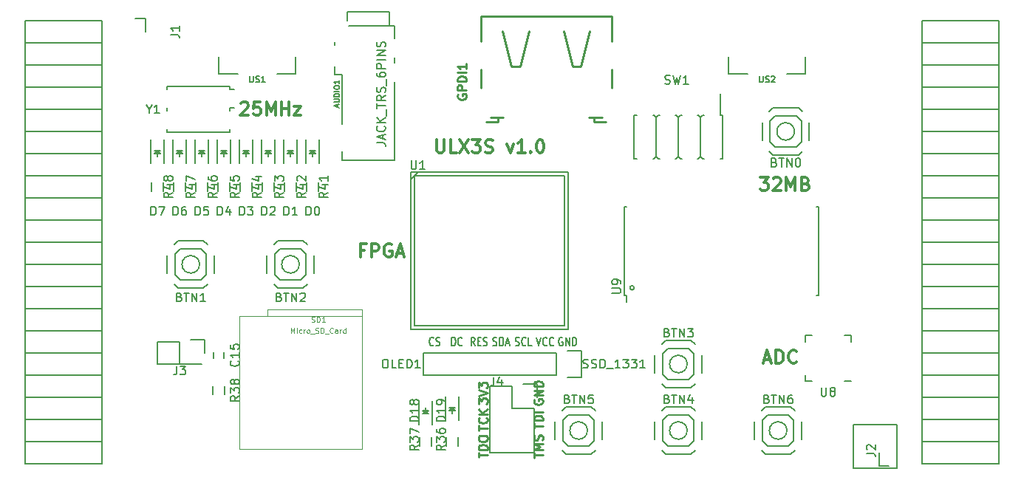
<source format=gto>
G04 #@! TF.FileFunction,Legend,Top*
%FSLAX46Y46*%
G04 Gerber Fmt 4.6, Leading zero omitted, Abs format (unit mm)*
G04 Created by KiCad (PCBNEW 4.0.7+dfsg1-1) date Thu Sep 28 11:15:27 2017*
%MOMM*%
%LPD*%
G01*
G04 APERTURE LIST*
%ADD10C,0.100000*%
%ADD11C,0.300000*%
%ADD12C,0.250000*%
%ADD13C,0.150000*%
%ADD14C,0.010160*%
%ADD15C,0.254000*%
%ADD16C,0.124460*%
%ADD17C,0.152400*%
G04 APERTURE END LIST*
D10*
D11*
X132442858Y-75076571D02*
X132442858Y-76290857D01*
X132514286Y-76433714D01*
X132585715Y-76505143D01*
X132728572Y-76576571D01*
X133014286Y-76576571D01*
X133157144Y-76505143D01*
X133228572Y-76433714D01*
X133300001Y-76290857D01*
X133300001Y-75076571D01*
X134728573Y-76576571D02*
X134014287Y-76576571D01*
X134014287Y-75076571D01*
X135085716Y-75076571D02*
X136085716Y-76576571D01*
X136085716Y-75076571D02*
X135085716Y-76576571D01*
X136514287Y-75076571D02*
X137442858Y-75076571D01*
X136942858Y-75648000D01*
X137157144Y-75648000D01*
X137300001Y-75719429D01*
X137371430Y-75790857D01*
X137442858Y-75933714D01*
X137442858Y-76290857D01*
X137371430Y-76433714D01*
X137300001Y-76505143D01*
X137157144Y-76576571D01*
X136728572Y-76576571D01*
X136585715Y-76505143D01*
X136514287Y-76433714D01*
X138014286Y-76505143D02*
X138228572Y-76576571D01*
X138585715Y-76576571D01*
X138728572Y-76505143D01*
X138800001Y-76433714D01*
X138871429Y-76290857D01*
X138871429Y-76148000D01*
X138800001Y-76005143D01*
X138728572Y-75933714D01*
X138585715Y-75862286D01*
X138300001Y-75790857D01*
X138157143Y-75719429D01*
X138085715Y-75648000D01*
X138014286Y-75505143D01*
X138014286Y-75362286D01*
X138085715Y-75219429D01*
X138157143Y-75148000D01*
X138300001Y-75076571D01*
X138657143Y-75076571D01*
X138871429Y-75148000D01*
X140514286Y-75576571D02*
X140871429Y-76576571D01*
X141228571Y-75576571D01*
X142585714Y-76576571D02*
X141728571Y-76576571D01*
X142157143Y-76576571D02*
X142157143Y-75076571D01*
X142014286Y-75290857D01*
X141871428Y-75433714D01*
X141728571Y-75505143D01*
X143228571Y-76433714D02*
X143299999Y-76505143D01*
X143228571Y-76576571D01*
X143157142Y-76505143D01*
X143228571Y-76433714D01*
X143228571Y-76576571D01*
X144228571Y-75076571D02*
X144371428Y-75076571D01*
X144514285Y-75148000D01*
X144585714Y-75219429D01*
X144657143Y-75362286D01*
X144728571Y-75648000D01*
X144728571Y-76005143D01*
X144657143Y-76290857D01*
X144585714Y-76433714D01*
X144514285Y-76505143D01*
X144371428Y-76576571D01*
X144228571Y-76576571D01*
X144085714Y-76505143D01*
X144014285Y-76433714D01*
X143942857Y-76290857D01*
X143871428Y-76005143D01*
X143871428Y-75648000D01*
X143942857Y-75362286D01*
X144014285Y-75219429D01*
X144085714Y-75148000D01*
X144228571Y-75076571D01*
X124175429Y-87728857D02*
X123675429Y-87728857D01*
X123675429Y-88514571D02*
X123675429Y-87014571D01*
X124389715Y-87014571D01*
X124961143Y-88514571D02*
X124961143Y-87014571D01*
X125532571Y-87014571D01*
X125675429Y-87086000D01*
X125746857Y-87157429D01*
X125818286Y-87300286D01*
X125818286Y-87514571D01*
X125746857Y-87657429D01*
X125675429Y-87728857D01*
X125532571Y-87800286D01*
X124961143Y-87800286D01*
X127246857Y-87086000D02*
X127104000Y-87014571D01*
X126889714Y-87014571D01*
X126675429Y-87086000D01*
X126532571Y-87228857D01*
X126461143Y-87371714D01*
X126389714Y-87657429D01*
X126389714Y-87871714D01*
X126461143Y-88157429D01*
X126532571Y-88300286D01*
X126675429Y-88443143D01*
X126889714Y-88514571D01*
X127032571Y-88514571D01*
X127246857Y-88443143D01*
X127318286Y-88371714D01*
X127318286Y-87871714D01*
X127032571Y-87871714D01*
X127889714Y-88086000D02*
X128604000Y-88086000D01*
X127746857Y-88514571D02*
X128246857Y-87014571D01*
X128746857Y-88514571D01*
X169510572Y-79394571D02*
X170439143Y-79394571D01*
X169939143Y-79966000D01*
X170153429Y-79966000D01*
X170296286Y-80037429D01*
X170367715Y-80108857D01*
X170439143Y-80251714D01*
X170439143Y-80608857D01*
X170367715Y-80751714D01*
X170296286Y-80823143D01*
X170153429Y-80894571D01*
X169724857Y-80894571D01*
X169582000Y-80823143D01*
X169510572Y-80751714D01*
X171010571Y-79537429D02*
X171082000Y-79466000D01*
X171224857Y-79394571D01*
X171582000Y-79394571D01*
X171724857Y-79466000D01*
X171796286Y-79537429D01*
X171867714Y-79680286D01*
X171867714Y-79823143D01*
X171796286Y-80037429D01*
X170939143Y-80894571D01*
X171867714Y-80894571D01*
X172510571Y-80894571D02*
X172510571Y-79394571D01*
X173010571Y-80466000D01*
X173510571Y-79394571D01*
X173510571Y-80894571D01*
X174724857Y-80108857D02*
X174939143Y-80180286D01*
X175010571Y-80251714D01*
X175082000Y-80394571D01*
X175082000Y-80608857D01*
X175010571Y-80751714D01*
X174939143Y-80823143D01*
X174796285Y-80894571D01*
X174224857Y-80894571D01*
X174224857Y-79394571D01*
X174724857Y-79394571D01*
X174867714Y-79466000D01*
X174939143Y-79537429D01*
X175010571Y-79680286D01*
X175010571Y-79823143D01*
X174939143Y-79966000D01*
X174867714Y-80037429D01*
X174724857Y-80108857D01*
X174224857Y-80108857D01*
X169966857Y-100278000D02*
X170681143Y-100278000D01*
X169824000Y-100706571D02*
X170324000Y-99206571D01*
X170824000Y-100706571D01*
X171324000Y-100706571D02*
X171324000Y-99206571D01*
X171681143Y-99206571D01*
X171895428Y-99278000D01*
X172038286Y-99420857D01*
X172109714Y-99563714D01*
X172181143Y-99849429D01*
X172181143Y-100063714D01*
X172109714Y-100349429D01*
X172038286Y-100492286D01*
X171895428Y-100635143D01*
X171681143Y-100706571D01*
X171324000Y-100706571D01*
X173681143Y-100563714D02*
X173609714Y-100635143D01*
X173395428Y-100706571D01*
X173252571Y-100706571D01*
X173038286Y-100635143D01*
X172895428Y-100492286D01*
X172824000Y-100349429D01*
X172752571Y-100063714D01*
X172752571Y-99849429D01*
X172824000Y-99563714D01*
X172895428Y-99420857D01*
X173038286Y-99278000D01*
X173252571Y-99206571D01*
X173395428Y-99206571D01*
X173609714Y-99278000D01*
X173681143Y-99349429D01*
X110011143Y-70901429D02*
X110082572Y-70830000D01*
X110225429Y-70758571D01*
X110582572Y-70758571D01*
X110725429Y-70830000D01*
X110796858Y-70901429D01*
X110868286Y-71044286D01*
X110868286Y-71187143D01*
X110796858Y-71401429D01*
X109939715Y-72258571D01*
X110868286Y-72258571D01*
X112225429Y-70758571D02*
X111511143Y-70758571D01*
X111439714Y-71472857D01*
X111511143Y-71401429D01*
X111654000Y-71330000D01*
X112011143Y-71330000D01*
X112154000Y-71401429D01*
X112225429Y-71472857D01*
X112296857Y-71615714D01*
X112296857Y-71972857D01*
X112225429Y-72115714D01*
X112154000Y-72187143D01*
X112011143Y-72258571D01*
X111654000Y-72258571D01*
X111511143Y-72187143D01*
X111439714Y-72115714D01*
X112939714Y-72258571D02*
X112939714Y-70758571D01*
X113439714Y-71830000D01*
X113939714Y-70758571D01*
X113939714Y-72258571D01*
X114654000Y-72258571D02*
X114654000Y-70758571D01*
X114654000Y-71472857D02*
X115511143Y-71472857D01*
X115511143Y-72258571D02*
X115511143Y-70758571D01*
X116082572Y-71258571D02*
X116868286Y-71258571D01*
X116082572Y-72258571D01*
X116868286Y-72258571D01*
D12*
X143590381Y-111521333D02*
X143590381Y-110949904D01*
X144590381Y-111235619D02*
X143590381Y-111235619D01*
X144590381Y-110616571D02*
X143590381Y-110616571D01*
X144304667Y-110283237D01*
X143590381Y-109949904D01*
X144590381Y-109949904D01*
X144542762Y-109521333D02*
X144590381Y-109378476D01*
X144590381Y-109140380D01*
X144542762Y-109045142D01*
X144495143Y-108997523D01*
X144399905Y-108949904D01*
X144304667Y-108949904D01*
X144209429Y-108997523D01*
X144161810Y-109045142D01*
X144114190Y-109140380D01*
X144066571Y-109330857D01*
X144018952Y-109426095D01*
X143971333Y-109473714D01*
X143876095Y-109521333D01*
X143780857Y-109521333D01*
X143685619Y-109473714D01*
X143638000Y-109426095D01*
X143590381Y-109330857D01*
X143590381Y-109092761D01*
X143638000Y-108949904D01*
X143590381Y-108163809D02*
X143590381Y-107592380D01*
X144590381Y-107878095D02*
X143590381Y-107878095D01*
X144590381Y-107259047D02*
X143590381Y-107259047D01*
X143590381Y-107020952D01*
X143638000Y-106878094D01*
X143733238Y-106782856D01*
X143828476Y-106735237D01*
X144018952Y-106687618D01*
X144161810Y-106687618D01*
X144352286Y-106735237D01*
X144447524Y-106782856D01*
X144542762Y-106878094D01*
X144590381Y-107020952D01*
X144590381Y-107259047D01*
X144590381Y-106259047D02*
X143590381Y-106259047D01*
X143638000Y-104853904D02*
X143590381Y-104949142D01*
X143590381Y-105091999D01*
X143638000Y-105234857D01*
X143733238Y-105330095D01*
X143828476Y-105377714D01*
X144018952Y-105425333D01*
X144161810Y-105425333D01*
X144352286Y-105377714D01*
X144447524Y-105330095D01*
X144542762Y-105234857D01*
X144590381Y-105091999D01*
X144590381Y-104996761D01*
X144542762Y-104853904D01*
X144495143Y-104806285D01*
X144161810Y-104806285D01*
X144161810Y-104996761D01*
X144590381Y-104377714D02*
X143590381Y-104377714D01*
X144590381Y-103806285D01*
X143590381Y-103806285D01*
X144590381Y-103330095D02*
X143590381Y-103330095D01*
X143590381Y-103092000D01*
X143638000Y-102949142D01*
X143733238Y-102853904D01*
X143828476Y-102806285D01*
X144018952Y-102758666D01*
X144161810Y-102758666D01*
X144352286Y-102806285D01*
X144447524Y-102853904D01*
X144542762Y-102949142D01*
X144590381Y-103092000D01*
X144590381Y-103330095D01*
X137240381Y-111497524D02*
X137240381Y-110926095D01*
X138240381Y-111211810D02*
X137240381Y-111211810D01*
X138240381Y-110592762D02*
X137240381Y-110592762D01*
X137240381Y-110354667D01*
X137288000Y-110211809D01*
X137383238Y-110116571D01*
X137478476Y-110068952D01*
X137668952Y-110021333D01*
X137811810Y-110021333D01*
X138002286Y-110068952D01*
X138097524Y-110116571D01*
X138192762Y-110211809D01*
X138240381Y-110354667D01*
X138240381Y-110592762D01*
X137240381Y-109402286D02*
X137240381Y-109211809D01*
X137288000Y-109116571D01*
X137383238Y-109021333D01*
X137573714Y-108973714D01*
X137907048Y-108973714D01*
X138097524Y-109021333D01*
X138192762Y-109116571D01*
X138240381Y-109211809D01*
X138240381Y-109402286D01*
X138192762Y-109497524D01*
X138097524Y-109592762D01*
X137907048Y-109640381D01*
X137573714Y-109640381D01*
X137383238Y-109592762D01*
X137288000Y-109497524D01*
X137240381Y-109402286D01*
X137240381Y-108425714D02*
X137240381Y-107854285D01*
X138240381Y-108140000D02*
X137240381Y-108140000D01*
X138145143Y-106949523D02*
X138192762Y-106997142D01*
X138240381Y-107139999D01*
X138240381Y-107235237D01*
X138192762Y-107378095D01*
X138097524Y-107473333D01*
X138002286Y-107520952D01*
X137811810Y-107568571D01*
X137668952Y-107568571D01*
X137478476Y-107520952D01*
X137383238Y-107473333D01*
X137288000Y-107378095D01*
X137240381Y-107235237D01*
X137240381Y-107139999D01*
X137288000Y-106997142D01*
X137335619Y-106949523D01*
X138240381Y-106520952D02*
X137240381Y-106520952D01*
X138240381Y-105949523D02*
X137668952Y-106378095D01*
X137240381Y-105949523D02*
X137811810Y-106520952D01*
X137240381Y-105330095D02*
X137240381Y-104711047D01*
X137621333Y-105044381D01*
X137621333Y-104901523D01*
X137668952Y-104806285D01*
X137716571Y-104758666D01*
X137811810Y-104711047D01*
X138049905Y-104711047D01*
X138145143Y-104758666D01*
X138192762Y-104806285D01*
X138240381Y-104901523D01*
X138240381Y-105187238D01*
X138192762Y-105282476D01*
X138145143Y-105330095D01*
X137240381Y-104425333D02*
X138240381Y-104092000D01*
X137240381Y-103758666D01*
X137240381Y-103520571D02*
X137240381Y-102901523D01*
X137621333Y-103234857D01*
X137621333Y-103091999D01*
X137668952Y-102996761D01*
X137716571Y-102949142D01*
X137811810Y-102901523D01*
X138049905Y-102901523D01*
X138145143Y-102949142D01*
X138192762Y-102996761D01*
X138240381Y-103091999D01*
X138240381Y-103377714D01*
X138192762Y-103472952D01*
X138145143Y-103520571D01*
D13*
X164940000Y-72230000D02*
X164940000Y-69805000D01*
X162680000Y-72480000D02*
X162680000Y-76980000D01*
X155060000Y-77230000D02*
X155340000Y-77230000D01*
X155060000Y-77230000D02*
X155060000Y-72230000D01*
X155060000Y-72230000D02*
X155340000Y-72230000D01*
X165220000Y-72230000D02*
X164940000Y-72230000D01*
X165220000Y-77230000D02*
X165220000Y-72230000D01*
X163061000Y-77230000D02*
X162934000Y-77230000D01*
X162934000Y-77230000D02*
X162680000Y-76976000D01*
X162680000Y-76976000D02*
X162426000Y-77230000D01*
X162426000Y-77230000D02*
X162299000Y-77230000D01*
X165220000Y-77230000D02*
X164940000Y-77230000D01*
X160521000Y-77230000D02*
X160394000Y-77230000D01*
X157981000Y-77230000D02*
X157854000Y-77230000D01*
X162299000Y-72230000D02*
X162426000Y-72230000D01*
X160140000Y-76976000D02*
X159886000Y-77230000D01*
X157600000Y-76976000D02*
X157346000Y-77230000D01*
X162680000Y-72484000D02*
X162934000Y-72230000D01*
X159886000Y-77230000D02*
X159759000Y-77230000D01*
X157346000Y-77230000D02*
X157219000Y-77230000D01*
X162934000Y-72230000D02*
X163061000Y-72230000D01*
X160394000Y-77230000D02*
X160140000Y-76976000D01*
X157854000Y-77230000D02*
X157600000Y-76976000D01*
X162426000Y-72230000D02*
X162680000Y-72484000D01*
X159759000Y-72230000D02*
X159886000Y-72230000D01*
X157219000Y-72230000D02*
X157346000Y-72230000D01*
X160394000Y-72230000D02*
X160521000Y-72230000D01*
X157854000Y-72230000D02*
X157981000Y-72230000D01*
X160140000Y-72484000D02*
X160394000Y-72230000D01*
X157600000Y-72484000D02*
X157854000Y-72230000D01*
X159886000Y-72230000D02*
X160140000Y-72484000D01*
X157346000Y-72230000D02*
X157600000Y-72484000D01*
X160140000Y-72480000D02*
X160140000Y-76980000D01*
X157600000Y-72480000D02*
X157600000Y-76980000D01*
D14*
X113070000Y-95320000D02*
X113070000Y-94520000D01*
X113070000Y-94520000D02*
X123870000Y-94520000D01*
X123870000Y-94520000D02*
X123870000Y-95320000D01*
X109870000Y-110520000D02*
X109870000Y-95320000D01*
X109870000Y-95320000D02*
X123870000Y-95320000D01*
X123870000Y-95320000D02*
X123870000Y-110520000D01*
X123870000Y-110520000D02*
X109870000Y-110520000D01*
D13*
X105260000Y-89360000D02*
G75*
G03X105260000Y-89360000I-1000000J0D01*
G01*
X103060000Y-87560000D02*
X105460000Y-87560000D01*
X102460000Y-88160000D02*
X103060000Y-87560000D01*
X102460000Y-90560000D02*
X102460000Y-88160000D01*
X103060000Y-91160000D02*
X102460000Y-90560000D01*
X105460000Y-91160000D02*
X103060000Y-91160000D01*
X106060000Y-90560000D02*
X105460000Y-91160000D01*
X106060000Y-88160000D02*
X106060000Y-90560000D01*
X105460000Y-87560000D02*
X106060000Y-88160000D01*
X102810000Y-86660000D02*
X105710000Y-86660000D01*
X102360000Y-87110000D02*
X102810000Y-86660000D01*
X101560000Y-90360000D02*
X101560000Y-88360000D01*
X102810000Y-92060000D02*
X102360000Y-91610000D01*
X105710000Y-92060000D02*
X102810000Y-92060000D01*
X106160000Y-91610000D02*
X105710000Y-92060000D01*
X106960000Y-88360000D02*
X106960000Y-90360000D01*
X105710000Y-86660000D02*
X106160000Y-87110000D01*
X116690000Y-89360000D02*
G75*
G03X116690000Y-89360000I-1000000J0D01*
G01*
X114490000Y-87560000D02*
X116890000Y-87560000D01*
X113890000Y-88160000D02*
X114490000Y-87560000D01*
X113890000Y-90560000D02*
X113890000Y-88160000D01*
X114490000Y-91160000D02*
X113890000Y-90560000D01*
X116890000Y-91160000D02*
X114490000Y-91160000D01*
X117490000Y-90560000D02*
X116890000Y-91160000D01*
X117490000Y-88160000D02*
X117490000Y-90560000D01*
X116890000Y-87560000D02*
X117490000Y-88160000D01*
X114240000Y-86660000D02*
X117140000Y-86660000D01*
X113790000Y-87110000D02*
X114240000Y-86660000D01*
X112990000Y-90360000D02*
X112990000Y-88360000D01*
X114240000Y-92060000D02*
X113790000Y-91610000D01*
X117140000Y-92060000D02*
X114240000Y-92060000D01*
X117590000Y-91610000D02*
X117140000Y-92060000D01*
X118390000Y-88360000D02*
X118390000Y-90360000D01*
X117140000Y-86660000D02*
X117590000Y-87110000D01*
X161140000Y-100790000D02*
G75*
G03X161140000Y-100790000I-1000000J0D01*
G01*
X158940000Y-98990000D02*
X161340000Y-98990000D01*
X158340000Y-99590000D02*
X158940000Y-98990000D01*
X158340000Y-101990000D02*
X158340000Y-99590000D01*
X158940000Y-102590000D02*
X158340000Y-101990000D01*
X161340000Y-102590000D02*
X158940000Y-102590000D01*
X161940000Y-101990000D02*
X161340000Y-102590000D01*
X161940000Y-99590000D02*
X161940000Y-101990000D01*
X161340000Y-98990000D02*
X161940000Y-99590000D01*
X158690000Y-98090000D02*
X161590000Y-98090000D01*
X158240000Y-98540000D02*
X158690000Y-98090000D01*
X157440000Y-101790000D02*
X157440000Y-99790000D01*
X158690000Y-103490000D02*
X158240000Y-103040000D01*
X161590000Y-103490000D02*
X158690000Y-103490000D01*
X162040000Y-103040000D02*
X161590000Y-103490000D01*
X162840000Y-99790000D02*
X162840000Y-101790000D01*
X161590000Y-98090000D02*
X162040000Y-98540000D01*
X161140000Y-108410000D02*
G75*
G03X161140000Y-108410000I-1000000J0D01*
G01*
X161340000Y-110210000D02*
X158940000Y-110210000D01*
X161940000Y-109610000D02*
X161340000Y-110210000D01*
X161940000Y-107210000D02*
X161940000Y-109610000D01*
X161340000Y-106610000D02*
X161940000Y-107210000D01*
X158940000Y-106610000D02*
X161340000Y-106610000D01*
X158340000Y-107210000D02*
X158940000Y-106610000D01*
X158340000Y-109610000D02*
X158340000Y-107210000D01*
X158940000Y-110210000D02*
X158340000Y-109610000D01*
X161590000Y-111110000D02*
X158690000Y-111110000D01*
X162040000Y-110660000D02*
X161590000Y-111110000D01*
X162840000Y-107410000D02*
X162840000Y-109410000D01*
X161590000Y-105710000D02*
X162040000Y-106160000D01*
X158690000Y-105710000D02*
X161590000Y-105710000D01*
X158240000Y-106160000D02*
X158690000Y-105710000D01*
X157440000Y-109410000D02*
X157440000Y-107410000D01*
X158690000Y-111110000D02*
X158240000Y-110660000D01*
X149710000Y-108410000D02*
G75*
G03X149710000Y-108410000I-1000000J0D01*
G01*
X149910000Y-110210000D02*
X147510000Y-110210000D01*
X150510000Y-109610000D02*
X149910000Y-110210000D01*
X150510000Y-107210000D02*
X150510000Y-109610000D01*
X149910000Y-106610000D02*
X150510000Y-107210000D01*
X147510000Y-106610000D02*
X149910000Y-106610000D01*
X146910000Y-107210000D02*
X147510000Y-106610000D01*
X146910000Y-109610000D02*
X146910000Y-107210000D01*
X147510000Y-110210000D02*
X146910000Y-109610000D01*
X150160000Y-111110000D02*
X147260000Y-111110000D01*
X150610000Y-110660000D02*
X150160000Y-111110000D01*
X151410000Y-107410000D02*
X151410000Y-109410000D01*
X150160000Y-105710000D02*
X150610000Y-106160000D01*
X147260000Y-105710000D02*
X150160000Y-105710000D01*
X146810000Y-106160000D02*
X147260000Y-105710000D01*
X146010000Y-109410000D02*
X146010000Y-107410000D01*
X147260000Y-111110000D02*
X146810000Y-110660000D01*
X172570000Y-108410000D02*
G75*
G03X172570000Y-108410000I-1000000J0D01*
G01*
X172770000Y-110210000D02*
X170370000Y-110210000D01*
X173370000Y-109610000D02*
X172770000Y-110210000D01*
X173370000Y-107210000D02*
X173370000Y-109610000D01*
X172770000Y-106610000D02*
X173370000Y-107210000D01*
X170370000Y-106610000D02*
X172770000Y-106610000D01*
X169770000Y-107210000D02*
X170370000Y-106610000D01*
X169770000Y-109610000D02*
X169770000Y-107210000D01*
X170370000Y-110210000D02*
X169770000Y-109610000D01*
X173020000Y-111110000D02*
X170120000Y-111110000D01*
X173470000Y-110660000D02*
X173020000Y-111110000D01*
X174270000Y-107410000D02*
X174270000Y-109410000D01*
X173020000Y-105710000D02*
X173470000Y-106160000D01*
X170120000Y-105710000D02*
X173020000Y-105710000D01*
X169670000Y-106160000D02*
X170120000Y-105710000D01*
X168870000Y-109410000D02*
X168870000Y-107410000D01*
X170120000Y-111110000D02*
X169670000Y-110660000D01*
X117480000Y-75060000D02*
X117480000Y-77760000D01*
X118980000Y-75060000D02*
X118980000Y-77760000D01*
X118080000Y-76560000D02*
X118330000Y-76560000D01*
X118330000Y-76560000D02*
X118180000Y-76410000D01*
X118580000Y-76310000D02*
X117880000Y-76310000D01*
X118230000Y-76660000D02*
X118230000Y-77010000D01*
X118230000Y-76310000D02*
X118580000Y-76660000D01*
X118580000Y-76660000D02*
X117880000Y-76660000D01*
X117880000Y-76660000D02*
X118230000Y-76310000D01*
X114940000Y-75060000D02*
X114940000Y-77760000D01*
X116440000Y-75060000D02*
X116440000Y-77760000D01*
X115540000Y-76560000D02*
X115790000Y-76560000D01*
X115790000Y-76560000D02*
X115640000Y-76410000D01*
X116040000Y-76310000D02*
X115340000Y-76310000D01*
X115690000Y-76660000D02*
X115690000Y-77010000D01*
X115690000Y-76310000D02*
X116040000Y-76660000D01*
X116040000Y-76660000D02*
X115340000Y-76660000D01*
X115340000Y-76660000D02*
X115690000Y-76310000D01*
X112400000Y-75060000D02*
X112400000Y-77760000D01*
X113900000Y-75060000D02*
X113900000Y-77760000D01*
X113000000Y-76560000D02*
X113250000Y-76560000D01*
X113250000Y-76560000D02*
X113100000Y-76410000D01*
X113500000Y-76310000D02*
X112800000Y-76310000D01*
X113150000Y-76660000D02*
X113150000Y-77010000D01*
X113150000Y-76310000D02*
X113500000Y-76660000D01*
X113500000Y-76660000D02*
X112800000Y-76660000D01*
X112800000Y-76660000D02*
X113150000Y-76310000D01*
X109860000Y-75060000D02*
X109860000Y-77760000D01*
X111360000Y-75060000D02*
X111360000Y-77760000D01*
X110460000Y-76560000D02*
X110710000Y-76560000D01*
X110710000Y-76560000D02*
X110560000Y-76410000D01*
X110960000Y-76310000D02*
X110260000Y-76310000D01*
X110610000Y-76660000D02*
X110610000Y-77010000D01*
X110610000Y-76310000D02*
X110960000Y-76660000D01*
X110960000Y-76660000D02*
X110260000Y-76660000D01*
X110260000Y-76660000D02*
X110610000Y-76310000D01*
X107320000Y-75060000D02*
X107320000Y-77760000D01*
X108820000Y-75060000D02*
X108820000Y-77760000D01*
X107920000Y-76560000D02*
X108170000Y-76560000D01*
X108170000Y-76560000D02*
X108020000Y-76410000D01*
X108420000Y-76310000D02*
X107720000Y-76310000D01*
X108070000Y-76660000D02*
X108070000Y-77010000D01*
X108070000Y-76310000D02*
X108420000Y-76660000D01*
X108420000Y-76660000D02*
X107720000Y-76660000D01*
X107720000Y-76660000D02*
X108070000Y-76310000D01*
X104780000Y-75060000D02*
X104780000Y-77760000D01*
X106280000Y-75060000D02*
X106280000Y-77760000D01*
X105380000Y-76560000D02*
X105630000Y-76560000D01*
X105630000Y-76560000D02*
X105480000Y-76410000D01*
X105880000Y-76310000D02*
X105180000Y-76310000D01*
X105530000Y-76660000D02*
X105530000Y-77010000D01*
X105530000Y-76310000D02*
X105880000Y-76660000D01*
X105880000Y-76660000D02*
X105180000Y-76660000D01*
X105180000Y-76660000D02*
X105530000Y-76310000D01*
X102240000Y-75060000D02*
X102240000Y-77760000D01*
X103740000Y-75060000D02*
X103740000Y-77760000D01*
X102840000Y-76560000D02*
X103090000Y-76560000D01*
X103090000Y-76560000D02*
X102940000Y-76410000D01*
X103340000Y-76310000D02*
X102640000Y-76310000D01*
X102990000Y-76660000D02*
X102990000Y-77010000D01*
X102990000Y-76310000D02*
X103340000Y-76660000D01*
X103340000Y-76660000D02*
X102640000Y-76660000D01*
X102640000Y-76660000D02*
X102990000Y-76310000D01*
X99700000Y-75060000D02*
X99700000Y-77760000D01*
X101200000Y-75060000D02*
X101200000Y-77760000D01*
X100300000Y-76560000D02*
X100550000Y-76560000D01*
X100550000Y-76560000D02*
X100400000Y-76410000D01*
X100800000Y-76310000D02*
X100100000Y-76310000D01*
X100450000Y-76660000D02*
X100450000Y-77010000D01*
X100450000Y-76310000D02*
X100800000Y-76660000D01*
X100800000Y-76660000D02*
X100100000Y-76660000D01*
X100100000Y-76660000D02*
X100450000Y-76310000D01*
X176180000Y-92880000D02*
X175980000Y-92880000D01*
X176180000Y-82720000D02*
X175980000Y-82720000D01*
X155080000Y-92050000D02*
G75*
G03X155080000Y-92050000I-250000J0D01*
G01*
X154180000Y-92880000D02*
X154180000Y-93700000D01*
X153980000Y-92880000D02*
X154180000Y-92880000D01*
X153980000Y-82720000D02*
X154180000Y-82720000D01*
X176190000Y-82720000D02*
X176190000Y-92880000D01*
X153970000Y-92880000D02*
X153970000Y-82720000D01*
D15*
X151378260Y-72548160D02*
X150479100Y-72548160D01*
X150479100Y-72548160D02*
X149879660Y-72548160D01*
X140080340Y-72548160D02*
X139480900Y-72548160D01*
X139480900Y-72548160D02*
X138581740Y-72548160D01*
X137481920Y-69149640D02*
X137481920Y-66998260D01*
X137481920Y-63800400D02*
X137481920Y-60892100D01*
X137481920Y-60892100D02*
X152478080Y-60892100D01*
X152478080Y-60892100D02*
X152478080Y-63800400D01*
X152478080Y-66998260D02*
X152478080Y-69149640D01*
X138106760Y-73048540D02*
X139480900Y-73048540D01*
X139480900Y-73048540D02*
X139480900Y-72548160D01*
X150479100Y-72548160D02*
X150479100Y-73048540D01*
X150479100Y-73048540D02*
X151865940Y-73048540D01*
X142981020Y-62632000D02*
X141980260Y-66632500D01*
X141980260Y-66632500D02*
X140982040Y-66632500D01*
X140982040Y-66632500D02*
X139981280Y-62632000D01*
X146978980Y-62632000D02*
X147979740Y-66632500D01*
X147979740Y-66632500D02*
X148977960Y-66632500D01*
X148977960Y-66632500D02*
X149978720Y-62632000D01*
D13*
X85270000Y-112220000D02*
X94100000Y-112220000D01*
X85270000Y-109680000D02*
X85270000Y-112220000D01*
X94100000Y-109680000D02*
X94100000Y-112220000D01*
X94100000Y-112220000D02*
X85270000Y-112220000D01*
X94100000Y-109680000D02*
X85270000Y-109680000D01*
X94100000Y-107140000D02*
X94100000Y-109680000D01*
X85270000Y-107140000D02*
X85270000Y-109680000D01*
X85270000Y-109680000D02*
X94100000Y-109680000D01*
X85270000Y-91900000D02*
X94100000Y-91900000D01*
X85270000Y-89360000D02*
X85270000Y-91900000D01*
X94100000Y-89360000D02*
X94100000Y-91900000D01*
X94100000Y-91900000D02*
X85270000Y-91900000D01*
X94100000Y-94440000D02*
X85270000Y-94440000D01*
X94100000Y-91900000D02*
X94100000Y-94440000D01*
X85270000Y-91900000D02*
X85270000Y-94440000D01*
X85270000Y-94440000D02*
X94100000Y-94440000D01*
X85270000Y-107140000D02*
X94100000Y-107140000D01*
X85270000Y-104600000D02*
X85270000Y-107140000D01*
X94100000Y-104600000D02*
X94100000Y-107140000D01*
X94100000Y-107140000D02*
X85270000Y-107140000D01*
X94100000Y-104600000D02*
X85270000Y-104600000D01*
X94100000Y-102060000D02*
X94100000Y-104600000D01*
X85270000Y-102060000D02*
X85270000Y-104600000D01*
X85270000Y-104600000D02*
X94100000Y-104600000D01*
X85270000Y-102060000D02*
X94100000Y-102060000D01*
X85270000Y-99520000D02*
X85270000Y-102060000D01*
X94100000Y-99520000D02*
X94100000Y-102060000D01*
X94100000Y-102060000D02*
X85270000Y-102060000D01*
X94100000Y-99520000D02*
X85270000Y-99520000D01*
X94100000Y-96980000D02*
X94100000Y-99520000D01*
X85270000Y-96980000D02*
X85270000Y-99520000D01*
X85270000Y-99520000D02*
X94100000Y-99520000D01*
X85270000Y-96980000D02*
X94100000Y-96980000D01*
X85270000Y-94440000D02*
X85270000Y-96980000D01*
X94100000Y-94440000D02*
X94100000Y-96980000D01*
X94100000Y-96980000D02*
X85270000Y-96980000D01*
X94100000Y-79200000D02*
X85270000Y-79200000D01*
X94100000Y-76660000D02*
X94100000Y-79200000D01*
X85270000Y-76660000D02*
X85270000Y-79200000D01*
X85270000Y-79200000D02*
X94100000Y-79200000D01*
X85270000Y-81740000D02*
X94100000Y-81740000D01*
X85270000Y-79200000D02*
X85270000Y-81740000D01*
X94100000Y-79200000D02*
X94100000Y-81740000D01*
X94100000Y-81740000D02*
X85270000Y-81740000D01*
X94100000Y-84280000D02*
X85270000Y-84280000D01*
X94100000Y-81740000D02*
X94100000Y-84280000D01*
X85270000Y-81740000D02*
X85270000Y-84280000D01*
X85270000Y-84280000D02*
X94100000Y-84280000D01*
X85270000Y-86820000D02*
X94100000Y-86820000D01*
X85270000Y-84280000D02*
X85270000Y-86820000D01*
X94100000Y-84280000D02*
X94100000Y-86820000D01*
X94100000Y-86820000D02*
X85270000Y-86820000D01*
X94100000Y-89360000D02*
X85270000Y-89360000D01*
X94100000Y-86820000D02*
X94100000Y-89360000D01*
X85270000Y-86820000D02*
X85270000Y-89360000D01*
X85270000Y-89360000D02*
X94100000Y-89360000D01*
X85270000Y-76660000D02*
X94100000Y-76660000D01*
X85270000Y-74120000D02*
X85270000Y-76660000D01*
X94100000Y-74120000D02*
X94100000Y-76660000D01*
X94100000Y-76660000D02*
X85270000Y-76660000D01*
X94100000Y-74120000D02*
X85270000Y-74120000D01*
X94100000Y-71580000D02*
X94100000Y-74120000D01*
X85270000Y-71580000D02*
X85270000Y-74120000D01*
X85270000Y-74120000D02*
X94100000Y-74120000D01*
X85270000Y-71580000D02*
X94100000Y-71580000D01*
X85270000Y-69040000D02*
X85270000Y-71580000D01*
X94100000Y-69040000D02*
X94100000Y-71580000D01*
X94100000Y-71580000D02*
X85270000Y-71580000D01*
X94100000Y-69040000D02*
X85270000Y-69040000D01*
X94100000Y-66500000D02*
X94100000Y-69040000D01*
X85270000Y-66500000D02*
X85270000Y-69040000D01*
X85270000Y-69040000D02*
X94100000Y-69040000D01*
X85270000Y-66500000D02*
X94100000Y-66500000D01*
X85270000Y-63960000D02*
X85270000Y-66500000D01*
X94100000Y-63960000D02*
X94100000Y-66500000D01*
X94100000Y-66500000D02*
X85270000Y-66500000D01*
X94100000Y-63960000D02*
X85270000Y-63960000D01*
X94100000Y-61420000D02*
X94100000Y-63960000D01*
X99060000Y-62690000D02*
X99060000Y-61140000D01*
X99060000Y-61140000D02*
X97910000Y-61140000D01*
X94100000Y-61420000D02*
X85270000Y-61420000D01*
X85270000Y-61420000D02*
X85270000Y-63960000D01*
X85270000Y-63960000D02*
X94100000Y-63960000D01*
X196910000Y-61420000D02*
X188080000Y-61420000D01*
X196910000Y-63960000D02*
X196910000Y-61420000D01*
X188080000Y-63960000D02*
X188080000Y-61420000D01*
X188080000Y-61420000D02*
X196910000Y-61420000D01*
X188080000Y-63960000D02*
X196910000Y-63960000D01*
X188080000Y-66500000D02*
X188080000Y-63960000D01*
X196910000Y-66500000D02*
X196910000Y-63960000D01*
X196910000Y-63960000D02*
X188080000Y-63960000D01*
X196910000Y-81740000D02*
X188080000Y-81740000D01*
X196910000Y-84280000D02*
X196910000Y-81740000D01*
X188080000Y-84280000D02*
X188080000Y-81740000D01*
X188080000Y-81740000D02*
X196910000Y-81740000D01*
X188080000Y-79200000D02*
X196910000Y-79200000D01*
X188080000Y-81740000D02*
X188080000Y-79200000D01*
X196910000Y-81740000D02*
X196910000Y-79200000D01*
X196910000Y-79200000D02*
X188080000Y-79200000D01*
X196910000Y-66500000D02*
X188080000Y-66500000D01*
X196910000Y-69040000D02*
X196910000Y-66500000D01*
X188080000Y-69040000D02*
X188080000Y-66500000D01*
X188080000Y-66500000D02*
X196910000Y-66500000D01*
X188080000Y-69040000D02*
X196910000Y-69040000D01*
X188080000Y-71580000D02*
X188080000Y-69040000D01*
X196910000Y-71580000D02*
X196910000Y-69040000D01*
X196910000Y-69040000D02*
X188080000Y-69040000D01*
X196910000Y-71580000D02*
X188080000Y-71580000D01*
X196910000Y-74120000D02*
X196910000Y-71580000D01*
X188080000Y-74120000D02*
X188080000Y-71580000D01*
X188080000Y-71580000D02*
X196910000Y-71580000D01*
X188080000Y-74120000D02*
X196910000Y-74120000D01*
X188080000Y-76660000D02*
X188080000Y-74120000D01*
X196910000Y-76660000D02*
X196910000Y-74120000D01*
X196910000Y-74120000D02*
X188080000Y-74120000D01*
X196910000Y-76660000D02*
X188080000Y-76660000D01*
X196910000Y-79200000D02*
X196910000Y-76660000D01*
X188080000Y-79200000D02*
X188080000Y-76660000D01*
X188080000Y-76660000D02*
X196910000Y-76660000D01*
X188080000Y-94440000D02*
X196910000Y-94440000D01*
X188080000Y-96980000D02*
X188080000Y-94440000D01*
X196910000Y-96980000D02*
X196910000Y-94440000D01*
X196910000Y-94440000D02*
X188080000Y-94440000D01*
X196910000Y-91900000D02*
X188080000Y-91900000D01*
X196910000Y-94440000D02*
X196910000Y-91900000D01*
X188080000Y-94440000D02*
X188080000Y-91900000D01*
X188080000Y-91900000D02*
X196910000Y-91900000D01*
X188080000Y-89360000D02*
X196910000Y-89360000D01*
X188080000Y-91900000D02*
X188080000Y-89360000D01*
X196910000Y-91900000D02*
X196910000Y-89360000D01*
X196910000Y-89360000D02*
X188080000Y-89360000D01*
X196910000Y-86820000D02*
X188080000Y-86820000D01*
X196910000Y-89360000D02*
X196910000Y-86820000D01*
X188080000Y-89360000D02*
X188080000Y-86820000D01*
X188080000Y-86820000D02*
X196910000Y-86820000D01*
X188080000Y-84280000D02*
X196910000Y-84280000D01*
X188080000Y-86820000D02*
X188080000Y-84280000D01*
X196910000Y-86820000D02*
X196910000Y-84280000D01*
X196910000Y-84280000D02*
X188080000Y-84280000D01*
X196910000Y-96980000D02*
X188080000Y-96980000D01*
X196910000Y-99520000D02*
X196910000Y-96980000D01*
X188080000Y-99520000D02*
X188080000Y-96980000D01*
X188080000Y-96980000D02*
X196910000Y-96980000D01*
X188080000Y-99520000D02*
X196910000Y-99520000D01*
X188080000Y-102060000D02*
X188080000Y-99520000D01*
X196910000Y-102060000D02*
X196910000Y-99520000D01*
X196910000Y-99520000D02*
X188080000Y-99520000D01*
X196910000Y-102060000D02*
X188080000Y-102060000D01*
X196910000Y-104600000D02*
X196910000Y-102060000D01*
X188080000Y-104600000D02*
X188080000Y-102060000D01*
X188080000Y-102060000D02*
X196910000Y-102060000D01*
X188080000Y-104600000D02*
X196910000Y-104600000D01*
X188080000Y-107140000D02*
X188080000Y-104600000D01*
X196910000Y-107140000D02*
X196910000Y-104600000D01*
X196910000Y-104600000D02*
X188080000Y-104600000D01*
X196910000Y-107140000D02*
X188080000Y-107140000D01*
X196910000Y-109680000D02*
X196910000Y-107140000D01*
X188080000Y-109680000D02*
X188080000Y-107140000D01*
X188080000Y-107140000D02*
X196910000Y-107140000D01*
X188080000Y-109680000D02*
X196910000Y-109680000D01*
X188080000Y-112220000D02*
X188080000Y-109680000D01*
X183120000Y-110950000D02*
X183120000Y-112500000D01*
X183120000Y-112500000D02*
X184270000Y-112500000D01*
X188080000Y-112220000D02*
X196910000Y-112220000D01*
X196910000Y-112220000D02*
X196910000Y-109680000D01*
X196910000Y-109680000D02*
X188080000Y-109680000D01*
X173435000Y-74120000D02*
G75*
G03X173435000Y-74120000I-1000000J0D01*
G01*
X173635000Y-75920000D02*
X171235000Y-75920000D01*
X174235000Y-75320000D02*
X173635000Y-75920000D01*
X174235000Y-72920000D02*
X174235000Y-75320000D01*
X173635000Y-72320000D02*
X174235000Y-72920000D01*
X171235000Y-72320000D02*
X173635000Y-72320000D01*
X170635000Y-72920000D02*
X171235000Y-72320000D01*
X170635000Y-75320000D02*
X170635000Y-72920000D01*
X171235000Y-75920000D02*
X170635000Y-75320000D01*
X173885000Y-76820000D02*
X170985000Y-76820000D01*
X174335000Y-76370000D02*
X173885000Y-76820000D01*
X175135000Y-73120000D02*
X175135000Y-75120000D01*
X173885000Y-71420000D02*
X174335000Y-71870000D01*
X170985000Y-71420000D02*
X173885000Y-71420000D01*
X170535000Y-71870000D02*
X170985000Y-71420000D01*
X169735000Y-75120000D02*
X169735000Y-73120000D01*
X170985000Y-76820000D02*
X170535000Y-76370000D01*
X108724000Y-69280000D02*
X109274000Y-69280000D01*
X101524000Y-68980000D02*
X101524000Y-69280000D01*
X101524000Y-74180000D02*
X101524000Y-73880000D01*
X108724000Y-74180000D02*
X108724000Y-73880000D01*
X108724000Y-68980000D02*
X108724000Y-69280000D01*
X108724000Y-68980000D02*
X101524000Y-68980000D01*
X108724000Y-71380000D02*
X109274000Y-71380000D01*
X108724000Y-74180000D02*
X101524000Y-74180000D01*
X101524000Y-71380000D02*
X101524000Y-71780000D01*
X108724000Y-71380000D02*
X108724000Y-71780000D01*
X105810000Y-99520000D02*
X105810000Y-97970000D01*
X102990000Y-100790000D02*
X105530000Y-100790000D01*
X105810000Y-97970000D02*
X104260000Y-97970000D01*
X100450000Y-100790000D02*
X102990000Y-100790000D01*
X102990000Y-100790000D02*
X102990000Y-98250000D01*
X102990000Y-98250000D02*
X100450000Y-98250000D01*
X100450000Y-98250000D02*
X100450000Y-100790000D01*
X131934000Y-107724000D02*
X131934000Y-105024000D01*
X130434000Y-107724000D02*
X130434000Y-105024000D01*
X131334000Y-106224000D02*
X131084000Y-106224000D01*
X131084000Y-106224000D02*
X131234000Y-106374000D01*
X130834000Y-106474000D02*
X131534000Y-106474000D01*
X131184000Y-106124000D02*
X131184000Y-105774000D01*
X131184000Y-106474000D02*
X130834000Y-106124000D01*
X130834000Y-106124000D02*
X131534000Y-106124000D01*
X131534000Y-106124000D02*
X131184000Y-106474000D01*
X133482000Y-104524000D02*
X133482000Y-107224000D01*
X134982000Y-104524000D02*
X134982000Y-107224000D01*
X134082000Y-106024000D02*
X134332000Y-106024000D01*
X134332000Y-106024000D02*
X134182000Y-105874000D01*
X134582000Y-105774000D02*
X133882000Y-105774000D01*
X134232000Y-106124000D02*
X134232000Y-106474000D01*
X134232000Y-105774000D02*
X134582000Y-106124000D01*
X134582000Y-106124000D02*
X133882000Y-106124000D01*
X133882000Y-106124000D02*
X134232000Y-105774000D01*
X130509000Y-110180000D02*
X130509000Y-109180000D01*
X131859000Y-109180000D02*
X131859000Y-110180000D01*
X134907000Y-109180000D02*
X134907000Y-110180000D01*
X133557000Y-110180000D02*
X133557000Y-109180000D01*
X106880000Y-100150000D02*
X106880000Y-99450000D01*
X108080000Y-99450000D02*
X108080000Y-100150000D01*
X106805000Y-104300000D02*
X106805000Y-103300000D01*
X108155000Y-103300000D02*
X108155000Y-104300000D01*
X116280000Y-65560000D02*
X116280000Y-67560000D01*
X116280000Y-67560000D02*
X114130000Y-67560000D01*
X109630000Y-67560000D02*
X107480000Y-67560000D01*
X107480000Y-67560000D02*
X107480000Y-65610000D01*
X174700000Y-65560000D02*
X174700000Y-67560000D01*
X174700000Y-67560000D02*
X172550000Y-67560000D01*
X168050000Y-67560000D02*
X165900000Y-67560000D01*
X165900000Y-67560000D02*
X165900000Y-65610000D01*
X143630000Y-110950000D02*
X143630000Y-105870000D01*
X143910000Y-103050000D02*
X143910000Y-104600000D01*
X141090000Y-103330000D02*
X141090000Y-105870000D01*
X141090000Y-105870000D02*
X143630000Y-105870000D01*
X143630000Y-110950000D02*
X138550000Y-110950000D01*
X138550000Y-110950000D02*
X138550000Y-105870000D01*
X143910000Y-103050000D02*
X142360000Y-103050000D01*
X138550000Y-103330000D02*
X141090000Y-103330000D01*
X138550000Y-105870000D02*
X138550000Y-103330000D01*
X118905000Y-79970000D02*
X118905000Y-80970000D01*
X117555000Y-80970000D02*
X117555000Y-79970000D01*
X116365000Y-79970000D02*
X116365000Y-80970000D01*
X115015000Y-80970000D02*
X115015000Y-79970000D01*
X113825000Y-79970000D02*
X113825000Y-80970000D01*
X112475000Y-80970000D02*
X112475000Y-79970000D01*
X111285000Y-79970000D02*
X111285000Y-80970000D01*
X109935000Y-80970000D02*
X109935000Y-79970000D01*
X108745000Y-79970000D02*
X108745000Y-80970000D01*
X107395000Y-80970000D02*
X107395000Y-79970000D01*
X106205000Y-79970000D02*
X106205000Y-80970000D01*
X104855000Y-80970000D02*
X104855000Y-79970000D01*
X103665000Y-79970000D02*
X103665000Y-80970000D01*
X102315000Y-80970000D02*
X102315000Y-79970000D01*
X101125000Y-79970000D02*
X101125000Y-80970000D01*
X99775000Y-80970000D02*
X99775000Y-79970000D01*
X174660000Y-102780000D02*
X174660000Y-102030000D01*
X179910000Y-97530000D02*
X179910000Y-98280000D01*
X174660000Y-97530000D02*
X174660000Y-98280000D01*
X179910000Y-102780000D02*
X179160000Y-102780000D01*
X179910000Y-97530000D02*
X179160000Y-97530000D01*
X174660000Y-97530000D02*
X175410000Y-97530000D01*
X174660000Y-102780000D02*
X175410000Y-102780000D01*
X130280000Y-78800000D02*
X129480000Y-79600000D01*
X129480000Y-96800000D02*
X129480000Y-78800000D01*
X147480000Y-96800000D02*
X129480000Y-96800000D01*
X147480000Y-78800000D02*
X147480000Y-96800000D01*
X129480000Y-78800000D02*
X147480000Y-78800000D01*
X129880000Y-96400000D02*
X129880000Y-79200000D01*
X147080000Y-96400000D02*
X129880000Y-96400000D01*
X147080000Y-79200000D02*
X147080000Y-96400000D01*
X129880000Y-79200000D02*
X147080000Y-79200000D01*
X180180640Y-107700640D02*
X185179360Y-107700640D01*
X185179360Y-107700640D02*
X185179360Y-112699360D01*
X185179360Y-112699360D02*
X180180640Y-112699360D01*
X180180640Y-112699360D02*
X180180640Y-107700640D01*
X146170000Y-99520000D02*
X130930000Y-99520000D01*
X130930000Y-99520000D02*
X130930000Y-102060000D01*
X130930000Y-102060000D02*
X146170000Y-102060000D01*
X148990000Y-99240000D02*
X147440000Y-99240000D01*
X146170000Y-99520000D02*
X146170000Y-102060000D01*
X147440000Y-102340000D02*
X148990000Y-102340000D01*
X148990000Y-102340000D02*
X148990000Y-99240000D01*
X122180000Y-60440000D02*
X122180000Y-61440000D01*
X126980000Y-60440000D02*
X122180000Y-60440000D01*
X126980000Y-62040000D02*
X126980000Y-60440000D01*
X127580000Y-62040000D02*
X122380000Y-62040000D01*
X120780000Y-64240000D02*
X120780000Y-63840000D01*
X120780000Y-67640000D02*
X120780000Y-66640000D01*
X121580000Y-67640000D02*
X120780000Y-67640000D01*
X121580000Y-73240000D02*
X121580000Y-67640000D01*
X121580000Y-77440000D02*
X121580000Y-76440000D01*
X127580000Y-77440000D02*
X121580000Y-77440000D01*
X127580000Y-68440000D02*
X127580000Y-77440000D01*
X127580000Y-65640000D02*
X127580000Y-66240000D01*
X127580000Y-62040000D02*
X127580000Y-63440000D01*
X158606667Y-68634762D02*
X158749524Y-68682381D01*
X158987620Y-68682381D01*
X159082858Y-68634762D01*
X159130477Y-68587143D01*
X159178096Y-68491905D01*
X159178096Y-68396667D01*
X159130477Y-68301429D01*
X159082858Y-68253810D01*
X158987620Y-68206190D01*
X158797143Y-68158571D01*
X158701905Y-68110952D01*
X158654286Y-68063333D01*
X158606667Y-67968095D01*
X158606667Y-67872857D01*
X158654286Y-67777619D01*
X158701905Y-67730000D01*
X158797143Y-67682381D01*
X159035239Y-67682381D01*
X159178096Y-67730000D01*
X159511429Y-67682381D02*
X159749524Y-68682381D01*
X159940001Y-67968095D01*
X160130477Y-68682381D01*
X160368572Y-67682381D01*
X161273334Y-68682381D02*
X160701905Y-68682381D01*
X160987619Y-68682381D02*
X160987619Y-67682381D01*
X160892381Y-67825238D01*
X160797143Y-67920476D01*
X160701905Y-67968095D01*
D16*
X118108564Y-95952630D02*
X118194198Y-95981175D01*
X118336922Y-95981175D01*
X118394012Y-95952630D01*
X118422556Y-95924086D01*
X118451101Y-95866996D01*
X118451101Y-95809907D01*
X118422556Y-95752817D01*
X118394012Y-95724272D01*
X118336922Y-95695728D01*
X118222743Y-95667183D01*
X118165654Y-95638638D01*
X118137109Y-95610093D01*
X118108564Y-95553004D01*
X118108564Y-95495914D01*
X118137109Y-95438825D01*
X118165654Y-95410280D01*
X118222743Y-95381735D01*
X118365467Y-95381735D01*
X118451101Y-95410280D01*
X118708004Y-95981175D02*
X118708004Y-95381735D01*
X118850728Y-95381735D01*
X118936362Y-95410280D01*
X118993451Y-95467370D01*
X119021996Y-95524459D01*
X119050541Y-95638638D01*
X119050541Y-95724272D01*
X119021996Y-95838451D01*
X118993451Y-95895541D01*
X118936362Y-95952630D01*
X118850728Y-95981175D01*
X118708004Y-95981175D01*
X119621436Y-95981175D02*
X119278899Y-95981175D01*
X119450168Y-95981175D02*
X119450168Y-95381735D01*
X119393078Y-95467370D01*
X119335989Y-95524459D01*
X119278899Y-95553004D01*
X115739350Y-97251175D02*
X115739350Y-96651735D01*
X115939163Y-97079907D01*
X116138976Y-96651735D01*
X116138976Y-97251175D01*
X116424424Y-97251175D02*
X116424424Y-96851549D01*
X116424424Y-96651735D02*
X116395879Y-96680280D01*
X116424424Y-96708825D01*
X116452969Y-96680280D01*
X116424424Y-96651735D01*
X116424424Y-96708825D01*
X116966775Y-97222630D02*
X116909685Y-97251175D01*
X116795506Y-97251175D01*
X116738417Y-97222630D01*
X116709872Y-97194086D01*
X116681327Y-97136996D01*
X116681327Y-96965728D01*
X116709872Y-96908638D01*
X116738417Y-96880093D01*
X116795506Y-96851549D01*
X116909685Y-96851549D01*
X116966775Y-96880093D01*
X117223678Y-97251175D02*
X117223678Y-96851549D01*
X117223678Y-96965728D02*
X117252223Y-96908638D01*
X117280767Y-96880093D01*
X117337857Y-96851549D01*
X117394946Y-96851549D01*
X117680394Y-97251175D02*
X117623305Y-97222630D01*
X117594760Y-97194086D01*
X117566215Y-97136996D01*
X117566215Y-96965728D01*
X117594760Y-96908638D01*
X117623305Y-96880093D01*
X117680394Y-96851549D01*
X117766028Y-96851549D01*
X117823118Y-96880093D01*
X117851663Y-96908638D01*
X117880207Y-96965728D01*
X117880207Y-97136996D01*
X117851663Y-97194086D01*
X117823118Y-97222630D01*
X117766028Y-97251175D01*
X117680394Y-97251175D01*
X117994386Y-97308265D02*
X118451102Y-97308265D01*
X118565281Y-97222630D02*
X118650915Y-97251175D01*
X118793639Y-97251175D01*
X118850729Y-97222630D01*
X118879273Y-97194086D01*
X118907818Y-97136996D01*
X118907818Y-97079907D01*
X118879273Y-97022817D01*
X118850729Y-96994272D01*
X118793639Y-96965728D01*
X118679460Y-96937183D01*
X118622371Y-96908638D01*
X118593826Y-96880093D01*
X118565281Y-96823004D01*
X118565281Y-96765914D01*
X118593826Y-96708825D01*
X118622371Y-96680280D01*
X118679460Y-96651735D01*
X118822184Y-96651735D01*
X118907818Y-96680280D01*
X119164721Y-97251175D02*
X119164721Y-96651735D01*
X119307445Y-96651735D01*
X119393079Y-96680280D01*
X119450168Y-96737370D01*
X119478713Y-96794459D01*
X119507258Y-96908638D01*
X119507258Y-96994272D01*
X119478713Y-97108451D01*
X119450168Y-97165541D01*
X119393079Y-97222630D01*
X119307445Y-97251175D01*
X119164721Y-97251175D01*
X119621437Y-97308265D02*
X120078153Y-97308265D01*
X120563414Y-97194086D02*
X120534869Y-97222630D01*
X120449235Y-97251175D01*
X120392145Y-97251175D01*
X120306511Y-97222630D01*
X120249422Y-97165541D01*
X120220877Y-97108451D01*
X120192332Y-96994272D01*
X120192332Y-96908638D01*
X120220877Y-96794459D01*
X120249422Y-96737370D01*
X120306511Y-96680280D01*
X120392145Y-96651735D01*
X120449235Y-96651735D01*
X120534869Y-96680280D01*
X120563414Y-96708825D01*
X121077220Y-97251175D02*
X121077220Y-96937183D01*
X121048675Y-96880093D01*
X120991585Y-96851549D01*
X120877406Y-96851549D01*
X120820317Y-96880093D01*
X121077220Y-97222630D02*
X121020130Y-97251175D01*
X120877406Y-97251175D01*
X120820317Y-97222630D01*
X120791772Y-97165541D01*
X120791772Y-97108451D01*
X120820317Y-97051362D01*
X120877406Y-97022817D01*
X121020130Y-97022817D01*
X121077220Y-96994272D01*
X121362667Y-97251175D02*
X121362667Y-96851549D01*
X121362667Y-96965728D02*
X121391212Y-96908638D01*
X121419756Y-96880093D01*
X121476846Y-96851549D01*
X121533935Y-96851549D01*
X121990652Y-97251175D02*
X121990652Y-96651735D01*
X121990652Y-97222630D02*
X121933562Y-97251175D01*
X121819383Y-97251175D01*
X121762294Y-97222630D01*
X121733749Y-97194086D01*
X121705204Y-97136996D01*
X121705204Y-96965728D01*
X121733749Y-96908638D01*
X121762294Y-96880093D01*
X121819383Y-96851549D01*
X121933562Y-96851549D01*
X121990652Y-96880093D01*
D13*
X102950477Y-93098571D02*
X103093334Y-93146190D01*
X103140953Y-93193810D01*
X103188572Y-93289048D01*
X103188572Y-93431905D01*
X103140953Y-93527143D01*
X103093334Y-93574762D01*
X102998096Y-93622381D01*
X102617143Y-93622381D01*
X102617143Y-92622381D01*
X102950477Y-92622381D01*
X103045715Y-92670000D01*
X103093334Y-92717619D01*
X103140953Y-92812857D01*
X103140953Y-92908095D01*
X103093334Y-93003333D01*
X103045715Y-93050952D01*
X102950477Y-93098571D01*
X102617143Y-93098571D01*
X103474286Y-92622381D02*
X104045715Y-92622381D01*
X103760000Y-93622381D02*
X103760000Y-92622381D01*
X104379048Y-93622381D02*
X104379048Y-92622381D01*
X104950477Y-93622381D01*
X104950477Y-92622381D01*
X105950477Y-93622381D02*
X105379048Y-93622381D01*
X105664762Y-93622381D02*
X105664762Y-92622381D01*
X105569524Y-92765238D01*
X105474286Y-92860476D01*
X105379048Y-92908095D01*
X114380477Y-93098571D02*
X114523334Y-93146190D01*
X114570953Y-93193810D01*
X114618572Y-93289048D01*
X114618572Y-93431905D01*
X114570953Y-93527143D01*
X114523334Y-93574762D01*
X114428096Y-93622381D01*
X114047143Y-93622381D01*
X114047143Y-92622381D01*
X114380477Y-92622381D01*
X114475715Y-92670000D01*
X114523334Y-92717619D01*
X114570953Y-92812857D01*
X114570953Y-92908095D01*
X114523334Y-93003333D01*
X114475715Y-93050952D01*
X114380477Y-93098571D01*
X114047143Y-93098571D01*
X114904286Y-92622381D02*
X115475715Y-92622381D01*
X115190000Y-93622381D02*
X115190000Y-92622381D01*
X115809048Y-93622381D02*
X115809048Y-92622381D01*
X116380477Y-93622381D01*
X116380477Y-92622381D01*
X116809048Y-92717619D02*
X116856667Y-92670000D01*
X116951905Y-92622381D01*
X117190001Y-92622381D01*
X117285239Y-92670000D01*
X117332858Y-92717619D01*
X117380477Y-92812857D01*
X117380477Y-92908095D01*
X117332858Y-93050952D01*
X116761429Y-93622381D01*
X117380477Y-93622381D01*
X158830477Y-97162571D02*
X158973334Y-97210190D01*
X159020953Y-97257810D01*
X159068572Y-97353048D01*
X159068572Y-97495905D01*
X159020953Y-97591143D01*
X158973334Y-97638762D01*
X158878096Y-97686381D01*
X158497143Y-97686381D01*
X158497143Y-96686381D01*
X158830477Y-96686381D01*
X158925715Y-96734000D01*
X158973334Y-96781619D01*
X159020953Y-96876857D01*
X159020953Y-96972095D01*
X158973334Y-97067333D01*
X158925715Y-97114952D01*
X158830477Y-97162571D01*
X158497143Y-97162571D01*
X159354286Y-96686381D02*
X159925715Y-96686381D01*
X159640000Y-97686381D02*
X159640000Y-96686381D01*
X160259048Y-97686381D02*
X160259048Y-96686381D01*
X160830477Y-97686381D01*
X160830477Y-96686381D01*
X161211429Y-96686381D02*
X161830477Y-96686381D01*
X161497143Y-97067333D01*
X161640001Y-97067333D01*
X161735239Y-97114952D01*
X161782858Y-97162571D01*
X161830477Y-97257810D01*
X161830477Y-97495905D01*
X161782858Y-97591143D01*
X161735239Y-97638762D01*
X161640001Y-97686381D01*
X161354286Y-97686381D01*
X161259048Y-97638762D01*
X161211429Y-97591143D01*
X158830477Y-104782571D02*
X158973334Y-104830190D01*
X159020953Y-104877810D01*
X159068572Y-104973048D01*
X159068572Y-105115905D01*
X159020953Y-105211143D01*
X158973334Y-105258762D01*
X158878096Y-105306381D01*
X158497143Y-105306381D01*
X158497143Y-104306381D01*
X158830477Y-104306381D01*
X158925715Y-104354000D01*
X158973334Y-104401619D01*
X159020953Y-104496857D01*
X159020953Y-104592095D01*
X158973334Y-104687333D01*
X158925715Y-104734952D01*
X158830477Y-104782571D01*
X158497143Y-104782571D01*
X159354286Y-104306381D02*
X159925715Y-104306381D01*
X159640000Y-105306381D02*
X159640000Y-104306381D01*
X160259048Y-105306381D02*
X160259048Y-104306381D01*
X160830477Y-105306381D01*
X160830477Y-104306381D01*
X161735239Y-104639714D02*
X161735239Y-105306381D01*
X161497143Y-104258762D02*
X161259048Y-104973048D01*
X161878096Y-104973048D01*
X147400477Y-104782571D02*
X147543334Y-104830190D01*
X147590953Y-104877810D01*
X147638572Y-104973048D01*
X147638572Y-105115905D01*
X147590953Y-105211143D01*
X147543334Y-105258762D01*
X147448096Y-105306381D01*
X147067143Y-105306381D01*
X147067143Y-104306381D01*
X147400477Y-104306381D01*
X147495715Y-104354000D01*
X147543334Y-104401619D01*
X147590953Y-104496857D01*
X147590953Y-104592095D01*
X147543334Y-104687333D01*
X147495715Y-104734952D01*
X147400477Y-104782571D01*
X147067143Y-104782571D01*
X147924286Y-104306381D02*
X148495715Y-104306381D01*
X148210000Y-105306381D02*
X148210000Y-104306381D01*
X148829048Y-105306381D02*
X148829048Y-104306381D01*
X149400477Y-105306381D01*
X149400477Y-104306381D01*
X150352858Y-104306381D02*
X149876667Y-104306381D01*
X149829048Y-104782571D01*
X149876667Y-104734952D01*
X149971905Y-104687333D01*
X150210001Y-104687333D01*
X150305239Y-104734952D01*
X150352858Y-104782571D01*
X150400477Y-104877810D01*
X150400477Y-105115905D01*
X150352858Y-105211143D01*
X150305239Y-105258762D01*
X150210001Y-105306381D01*
X149971905Y-105306381D01*
X149876667Y-105258762D01*
X149829048Y-105211143D01*
X170260477Y-104782571D02*
X170403334Y-104830190D01*
X170450953Y-104877810D01*
X170498572Y-104973048D01*
X170498572Y-105115905D01*
X170450953Y-105211143D01*
X170403334Y-105258762D01*
X170308096Y-105306381D01*
X169927143Y-105306381D01*
X169927143Y-104306381D01*
X170260477Y-104306381D01*
X170355715Y-104354000D01*
X170403334Y-104401619D01*
X170450953Y-104496857D01*
X170450953Y-104592095D01*
X170403334Y-104687333D01*
X170355715Y-104734952D01*
X170260477Y-104782571D01*
X169927143Y-104782571D01*
X170784286Y-104306381D02*
X171355715Y-104306381D01*
X171070000Y-105306381D02*
X171070000Y-104306381D01*
X171689048Y-105306381D02*
X171689048Y-104306381D01*
X172260477Y-105306381D01*
X172260477Y-104306381D01*
X173165239Y-104306381D02*
X172974762Y-104306381D01*
X172879524Y-104354000D01*
X172831905Y-104401619D01*
X172736667Y-104544476D01*
X172689048Y-104734952D01*
X172689048Y-105115905D01*
X172736667Y-105211143D01*
X172784286Y-105258762D01*
X172879524Y-105306381D01*
X173070001Y-105306381D01*
X173165239Y-105258762D01*
X173212858Y-105211143D01*
X173260477Y-105115905D01*
X173260477Y-104877810D01*
X173212858Y-104782571D01*
X173165239Y-104734952D01*
X173070001Y-104687333D01*
X172879524Y-104687333D01*
X172784286Y-104734952D01*
X172736667Y-104782571D01*
X172689048Y-104877810D01*
X117491905Y-83716381D02*
X117491905Y-82716381D01*
X117730000Y-82716381D01*
X117872858Y-82764000D01*
X117968096Y-82859238D01*
X118015715Y-82954476D01*
X118063334Y-83144952D01*
X118063334Y-83287810D01*
X118015715Y-83478286D01*
X117968096Y-83573524D01*
X117872858Y-83668762D01*
X117730000Y-83716381D01*
X117491905Y-83716381D01*
X118682381Y-82716381D02*
X118777620Y-82716381D01*
X118872858Y-82764000D01*
X118920477Y-82811619D01*
X118968096Y-82906857D01*
X119015715Y-83097333D01*
X119015715Y-83335429D01*
X118968096Y-83525905D01*
X118920477Y-83621143D01*
X118872858Y-83668762D01*
X118777620Y-83716381D01*
X118682381Y-83716381D01*
X118587143Y-83668762D01*
X118539524Y-83621143D01*
X118491905Y-83525905D01*
X118444286Y-83335429D01*
X118444286Y-83097333D01*
X118491905Y-82906857D01*
X118539524Y-82811619D01*
X118587143Y-82764000D01*
X118682381Y-82716381D01*
X114951905Y-83716381D02*
X114951905Y-82716381D01*
X115190000Y-82716381D01*
X115332858Y-82764000D01*
X115428096Y-82859238D01*
X115475715Y-82954476D01*
X115523334Y-83144952D01*
X115523334Y-83287810D01*
X115475715Y-83478286D01*
X115428096Y-83573524D01*
X115332858Y-83668762D01*
X115190000Y-83716381D01*
X114951905Y-83716381D01*
X116475715Y-83716381D02*
X115904286Y-83716381D01*
X116190000Y-83716381D02*
X116190000Y-82716381D01*
X116094762Y-82859238D01*
X115999524Y-82954476D01*
X115904286Y-83002095D01*
X112411905Y-83716381D02*
X112411905Y-82716381D01*
X112650000Y-82716381D01*
X112792858Y-82764000D01*
X112888096Y-82859238D01*
X112935715Y-82954476D01*
X112983334Y-83144952D01*
X112983334Y-83287810D01*
X112935715Y-83478286D01*
X112888096Y-83573524D01*
X112792858Y-83668762D01*
X112650000Y-83716381D01*
X112411905Y-83716381D01*
X113364286Y-82811619D02*
X113411905Y-82764000D01*
X113507143Y-82716381D01*
X113745239Y-82716381D01*
X113840477Y-82764000D01*
X113888096Y-82811619D01*
X113935715Y-82906857D01*
X113935715Y-83002095D01*
X113888096Y-83144952D01*
X113316667Y-83716381D01*
X113935715Y-83716381D01*
X109871905Y-83716381D02*
X109871905Y-82716381D01*
X110110000Y-82716381D01*
X110252858Y-82764000D01*
X110348096Y-82859238D01*
X110395715Y-82954476D01*
X110443334Y-83144952D01*
X110443334Y-83287810D01*
X110395715Y-83478286D01*
X110348096Y-83573524D01*
X110252858Y-83668762D01*
X110110000Y-83716381D01*
X109871905Y-83716381D01*
X110776667Y-82716381D02*
X111395715Y-82716381D01*
X111062381Y-83097333D01*
X111205239Y-83097333D01*
X111300477Y-83144952D01*
X111348096Y-83192571D01*
X111395715Y-83287810D01*
X111395715Y-83525905D01*
X111348096Y-83621143D01*
X111300477Y-83668762D01*
X111205239Y-83716381D01*
X110919524Y-83716381D01*
X110824286Y-83668762D01*
X110776667Y-83621143D01*
X107331905Y-83716381D02*
X107331905Y-82716381D01*
X107570000Y-82716381D01*
X107712858Y-82764000D01*
X107808096Y-82859238D01*
X107855715Y-82954476D01*
X107903334Y-83144952D01*
X107903334Y-83287810D01*
X107855715Y-83478286D01*
X107808096Y-83573524D01*
X107712858Y-83668762D01*
X107570000Y-83716381D01*
X107331905Y-83716381D01*
X108760477Y-83049714D02*
X108760477Y-83716381D01*
X108522381Y-82668762D02*
X108284286Y-83383048D01*
X108903334Y-83383048D01*
X104791905Y-83716381D02*
X104791905Y-82716381D01*
X105030000Y-82716381D01*
X105172858Y-82764000D01*
X105268096Y-82859238D01*
X105315715Y-82954476D01*
X105363334Y-83144952D01*
X105363334Y-83287810D01*
X105315715Y-83478286D01*
X105268096Y-83573524D01*
X105172858Y-83668762D01*
X105030000Y-83716381D01*
X104791905Y-83716381D01*
X106268096Y-82716381D02*
X105791905Y-82716381D01*
X105744286Y-83192571D01*
X105791905Y-83144952D01*
X105887143Y-83097333D01*
X106125239Y-83097333D01*
X106220477Y-83144952D01*
X106268096Y-83192571D01*
X106315715Y-83287810D01*
X106315715Y-83525905D01*
X106268096Y-83621143D01*
X106220477Y-83668762D01*
X106125239Y-83716381D01*
X105887143Y-83716381D01*
X105791905Y-83668762D01*
X105744286Y-83621143D01*
X102251905Y-83716381D02*
X102251905Y-82716381D01*
X102490000Y-82716381D01*
X102632858Y-82764000D01*
X102728096Y-82859238D01*
X102775715Y-82954476D01*
X102823334Y-83144952D01*
X102823334Y-83287810D01*
X102775715Y-83478286D01*
X102728096Y-83573524D01*
X102632858Y-83668762D01*
X102490000Y-83716381D01*
X102251905Y-83716381D01*
X103680477Y-82716381D02*
X103490000Y-82716381D01*
X103394762Y-82764000D01*
X103347143Y-82811619D01*
X103251905Y-82954476D01*
X103204286Y-83144952D01*
X103204286Y-83525905D01*
X103251905Y-83621143D01*
X103299524Y-83668762D01*
X103394762Y-83716381D01*
X103585239Y-83716381D01*
X103680477Y-83668762D01*
X103728096Y-83621143D01*
X103775715Y-83525905D01*
X103775715Y-83287810D01*
X103728096Y-83192571D01*
X103680477Y-83144952D01*
X103585239Y-83097333D01*
X103394762Y-83097333D01*
X103299524Y-83144952D01*
X103251905Y-83192571D01*
X103204286Y-83287810D01*
X99711905Y-83716381D02*
X99711905Y-82716381D01*
X99950000Y-82716381D01*
X100092858Y-82764000D01*
X100188096Y-82859238D01*
X100235715Y-82954476D01*
X100283334Y-83144952D01*
X100283334Y-83287810D01*
X100235715Y-83478286D01*
X100188096Y-83573524D01*
X100092858Y-83668762D01*
X99950000Y-83716381D01*
X99711905Y-83716381D01*
X100616667Y-82716381D02*
X101283334Y-82716381D01*
X100854762Y-83716381D01*
X152532381Y-92661905D02*
X153341905Y-92661905D01*
X153437143Y-92614286D01*
X153484762Y-92566667D01*
X153532381Y-92471429D01*
X153532381Y-92280952D01*
X153484762Y-92185714D01*
X153437143Y-92138095D01*
X153341905Y-92090476D01*
X152532381Y-92090476D01*
X153532381Y-91566667D02*
X153532381Y-91376191D01*
X153484762Y-91280952D01*
X153437143Y-91233333D01*
X153294286Y-91138095D01*
X153103810Y-91090476D01*
X152722857Y-91090476D01*
X152627619Y-91138095D01*
X152580000Y-91185714D01*
X152532381Y-91280952D01*
X152532381Y-91471429D01*
X152580000Y-91566667D01*
X152627619Y-91614286D01*
X152722857Y-91661905D01*
X152960952Y-91661905D01*
X153056190Y-91614286D01*
X153103810Y-91566667D01*
X153151429Y-91471429D01*
X153151429Y-91280952D01*
X153103810Y-91185714D01*
X153056190Y-91138095D01*
X152960952Y-91090476D01*
D15*
X134867000Y-69875619D02*
X134818619Y-69972381D01*
X134818619Y-70117524D01*
X134867000Y-70262666D01*
X134963762Y-70359428D01*
X135060524Y-70407809D01*
X135254048Y-70456190D01*
X135399190Y-70456190D01*
X135592714Y-70407809D01*
X135689476Y-70359428D01*
X135786238Y-70262666D01*
X135834619Y-70117524D01*
X135834619Y-70020762D01*
X135786238Y-69875619D01*
X135737857Y-69827238D01*
X135399190Y-69827238D01*
X135399190Y-70020762D01*
X135834619Y-69391809D02*
X134818619Y-69391809D01*
X134818619Y-69004762D01*
X134867000Y-68908000D01*
X134915381Y-68859619D01*
X135012143Y-68811238D01*
X135157286Y-68811238D01*
X135254048Y-68859619D01*
X135302429Y-68908000D01*
X135350810Y-69004762D01*
X135350810Y-69391809D01*
X135834619Y-68375809D02*
X134818619Y-68375809D01*
X134818619Y-68133904D01*
X134867000Y-67988762D01*
X134963762Y-67892000D01*
X135060524Y-67843619D01*
X135254048Y-67795238D01*
X135399190Y-67795238D01*
X135592714Y-67843619D01*
X135689476Y-67892000D01*
X135786238Y-67988762D01*
X135834619Y-68133904D01*
X135834619Y-68375809D01*
X135834619Y-67359809D02*
X134818619Y-67359809D01*
X135834619Y-66343809D02*
X135834619Y-66924380D01*
X135834619Y-66634094D02*
X134818619Y-66634094D01*
X134963762Y-66730856D01*
X135060524Y-66827618D01*
X135108905Y-66924380D01*
D13*
X101962381Y-63023333D02*
X102676667Y-63023333D01*
X102819524Y-63070953D01*
X102914762Y-63166191D01*
X102962381Y-63309048D01*
X102962381Y-63404286D01*
X102962381Y-62023333D02*
X102962381Y-62594762D01*
X102962381Y-62309048D02*
X101962381Y-62309048D01*
X102105238Y-62404286D01*
X102200476Y-62499524D01*
X102248095Y-62594762D01*
X181690381Y-111029333D02*
X182404667Y-111029333D01*
X182547524Y-111076953D01*
X182642762Y-111172191D01*
X182690381Y-111315048D01*
X182690381Y-111410286D01*
X181785619Y-110600762D02*
X181738000Y-110553143D01*
X181690381Y-110457905D01*
X181690381Y-110219809D01*
X181738000Y-110124571D01*
X181785619Y-110076952D01*
X181880857Y-110029333D01*
X181976095Y-110029333D01*
X182118952Y-110076952D01*
X182690381Y-110648381D01*
X182690381Y-110029333D01*
X171125477Y-77648571D02*
X171268334Y-77696190D01*
X171315953Y-77743810D01*
X171363572Y-77839048D01*
X171363572Y-77981905D01*
X171315953Y-78077143D01*
X171268334Y-78124762D01*
X171173096Y-78172381D01*
X170792143Y-78172381D01*
X170792143Y-77172381D01*
X171125477Y-77172381D01*
X171220715Y-77220000D01*
X171268334Y-77267619D01*
X171315953Y-77362857D01*
X171315953Y-77458095D01*
X171268334Y-77553333D01*
X171220715Y-77600952D01*
X171125477Y-77648571D01*
X170792143Y-77648571D01*
X171649286Y-77172381D02*
X172220715Y-77172381D01*
X171935000Y-78172381D02*
X171935000Y-77172381D01*
X172554048Y-78172381D02*
X172554048Y-77172381D01*
X173125477Y-78172381D01*
X173125477Y-77172381D01*
X173792143Y-77172381D02*
X173887382Y-77172381D01*
X173982620Y-77220000D01*
X174030239Y-77267619D01*
X174077858Y-77362857D01*
X174125477Y-77553333D01*
X174125477Y-77791429D01*
X174077858Y-77981905D01*
X174030239Y-78077143D01*
X173982620Y-78124762D01*
X173887382Y-78172381D01*
X173792143Y-78172381D01*
X173696905Y-78124762D01*
X173649286Y-78077143D01*
X173601667Y-77981905D01*
X173554048Y-77791429D01*
X173554048Y-77553333D01*
X173601667Y-77362857D01*
X173649286Y-77267619D01*
X173696905Y-77220000D01*
X173792143Y-77172381D01*
X99465809Y-71556190D02*
X99465809Y-72032381D01*
X99132476Y-71032381D02*
X99465809Y-71556190D01*
X99799143Y-71032381D01*
X100656286Y-72032381D02*
X100084857Y-72032381D01*
X100370571Y-72032381D02*
X100370571Y-71032381D01*
X100275333Y-71175238D01*
X100180095Y-71270476D01*
X100084857Y-71318095D01*
X102656667Y-101004381D02*
X102656667Y-101718667D01*
X102609047Y-101861524D01*
X102513809Y-101956762D01*
X102370952Y-102004381D01*
X102275714Y-102004381D01*
X103037619Y-101004381D02*
X103656667Y-101004381D01*
X103323333Y-101385333D01*
X103466191Y-101385333D01*
X103561429Y-101432952D01*
X103609048Y-101480571D01*
X103656667Y-101575810D01*
X103656667Y-101813905D01*
X103609048Y-101909143D01*
X103561429Y-101956762D01*
X103466191Y-102004381D01*
X103180476Y-102004381D01*
X103085238Y-101956762D01*
X103037619Y-101909143D01*
X130366381Y-107338286D02*
X129366381Y-107338286D01*
X129366381Y-107100191D01*
X129414000Y-106957333D01*
X129509238Y-106862095D01*
X129604476Y-106814476D01*
X129794952Y-106766857D01*
X129937810Y-106766857D01*
X130128286Y-106814476D01*
X130223524Y-106862095D01*
X130318762Y-106957333D01*
X130366381Y-107100191D01*
X130366381Y-107338286D01*
X130366381Y-105814476D02*
X130366381Y-106385905D01*
X130366381Y-106100191D02*
X129366381Y-106100191D01*
X129509238Y-106195429D01*
X129604476Y-106290667D01*
X129652095Y-106385905D01*
X129794952Y-105243048D02*
X129747333Y-105338286D01*
X129699714Y-105385905D01*
X129604476Y-105433524D01*
X129556857Y-105433524D01*
X129461619Y-105385905D01*
X129414000Y-105338286D01*
X129366381Y-105243048D01*
X129366381Y-105052571D01*
X129414000Y-104957333D01*
X129461619Y-104909714D01*
X129556857Y-104862095D01*
X129604476Y-104862095D01*
X129699714Y-104909714D01*
X129747333Y-104957333D01*
X129794952Y-105052571D01*
X129794952Y-105243048D01*
X129842571Y-105338286D01*
X129890190Y-105385905D01*
X129985429Y-105433524D01*
X130175905Y-105433524D01*
X130271143Y-105385905D01*
X130318762Y-105338286D01*
X130366381Y-105243048D01*
X130366381Y-105052571D01*
X130318762Y-104957333D01*
X130271143Y-104909714D01*
X130175905Y-104862095D01*
X129985429Y-104862095D01*
X129890190Y-104909714D01*
X129842571Y-104957333D01*
X129794952Y-105052571D01*
X133414381Y-107338286D02*
X132414381Y-107338286D01*
X132414381Y-107100191D01*
X132462000Y-106957333D01*
X132557238Y-106862095D01*
X132652476Y-106814476D01*
X132842952Y-106766857D01*
X132985810Y-106766857D01*
X133176286Y-106814476D01*
X133271524Y-106862095D01*
X133366762Y-106957333D01*
X133414381Y-107100191D01*
X133414381Y-107338286D01*
X133414381Y-105814476D02*
X133414381Y-106385905D01*
X133414381Y-106100191D02*
X132414381Y-106100191D01*
X132557238Y-106195429D01*
X132652476Y-106290667D01*
X132700095Y-106385905D01*
X133414381Y-105338286D02*
X133414381Y-105147810D01*
X133366762Y-105052571D01*
X133319143Y-105004952D01*
X133176286Y-104909714D01*
X132985810Y-104862095D01*
X132604857Y-104862095D01*
X132509619Y-104909714D01*
X132462000Y-104957333D01*
X132414381Y-105052571D01*
X132414381Y-105243048D01*
X132462000Y-105338286D01*
X132509619Y-105385905D01*
X132604857Y-105433524D01*
X132842952Y-105433524D01*
X132938190Y-105385905D01*
X132985810Y-105338286D01*
X133033429Y-105243048D01*
X133033429Y-105052571D01*
X132985810Y-104957333D01*
X132938190Y-104909714D01*
X132842952Y-104862095D01*
X133414381Y-110068857D02*
X132938190Y-110402191D01*
X133414381Y-110640286D02*
X132414381Y-110640286D01*
X132414381Y-110259333D01*
X132462000Y-110164095D01*
X132509619Y-110116476D01*
X132604857Y-110068857D01*
X132747714Y-110068857D01*
X132842952Y-110116476D01*
X132890571Y-110164095D01*
X132938190Y-110259333D01*
X132938190Y-110640286D01*
X132414381Y-109735524D02*
X132414381Y-109116476D01*
X132795333Y-109449810D01*
X132795333Y-109306952D01*
X132842952Y-109211714D01*
X132890571Y-109164095D01*
X132985810Y-109116476D01*
X133223905Y-109116476D01*
X133319143Y-109164095D01*
X133366762Y-109211714D01*
X133414381Y-109306952D01*
X133414381Y-109592667D01*
X133366762Y-109687905D01*
X133319143Y-109735524D01*
X132414381Y-108259333D02*
X132414381Y-108449810D01*
X132462000Y-108545048D01*
X132509619Y-108592667D01*
X132652476Y-108687905D01*
X132842952Y-108735524D01*
X133223905Y-108735524D01*
X133319143Y-108687905D01*
X133366762Y-108640286D01*
X133414381Y-108545048D01*
X133414381Y-108354571D01*
X133366762Y-108259333D01*
X133319143Y-108211714D01*
X133223905Y-108164095D01*
X132985810Y-108164095D01*
X132890571Y-108211714D01*
X132842952Y-108259333D01*
X132795333Y-108354571D01*
X132795333Y-108545048D01*
X132842952Y-108640286D01*
X132890571Y-108687905D01*
X132985810Y-108735524D01*
X130366381Y-110068857D02*
X129890190Y-110402191D01*
X130366381Y-110640286D02*
X129366381Y-110640286D01*
X129366381Y-110259333D01*
X129414000Y-110164095D01*
X129461619Y-110116476D01*
X129556857Y-110068857D01*
X129699714Y-110068857D01*
X129794952Y-110116476D01*
X129842571Y-110164095D01*
X129890190Y-110259333D01*
X129890190Y-110640286D01*
X129366381Y-109735524D02*
X129366381Y-109116476D01*
X129747333Y-109449810D01*
X129747333Y-109306952D01*
X129794952Y-109211714D01*
X129842571Y-109164095D01*
X129937810Y-109116476D01*
X130175905Y-109116476D01*
X130271143Y-109164095D01*
X130318762Y-109211714D01*
X130366381Y-109306952D01*
X130366381Y-109592667D01*
X130318762Y-109687905D01*
X130271143Y-109735524D01*
X129366381Y-108783143D02*
X129366381Y-108116476D01*
X130366381Y-108545048D01*
X109697143Y-100416857D02*
X109744762Y-100464476D01*
X109792381Y-100607333D01*
X109792381Y-100702571D01*
X109744762Y-100845429D01*
X109649524Y-100940667D01*
X109554286Y-100988286D01*
X109363810Y-101035905D01*
X109220952Y-101035905D01*
X109030476Y-100988286D01*
X108935238Y-100940667D01*
X108840000Y-100845429D01*
X108792381Y-100702571D01*
X108792381Y-100607333D01*
X108840000Y-100464476D01*
X108887619Y-100416857D01*
X109792381Y-99464476D02*
X109792381Y-100035905D01*
X109792381Y-99750191D02*
X108792381Y-99750191D01*
X108935238Y-99845429D01*
X109030476Y-99940667D01*
X109078095Y-100035905D01*
X108792381Y-98559714D02*
X108792381Y-99035905D01*
X109268571Y-99083524D01*
X109220952Y-99035905D01*
X109173333Y-98940667D01*
X109173333Y-98702571D01*
X109220952Y-98607333D01*
X109268571Y-98559714D01*
X109363810Y-98512095D01*
X109601905Y-98512095D01*
X109697143Y-98559714D01*
X109744762Y-98607333D01*
X109792381Y-98702571D01*
X109792381Y-98940667D01*
X109744762Y-99035905D01*
X109697143Y-99083524D01*
X109832381Y-104442857D02*
X109356190Y-104776191D01*
X109832381Y-105014286D02*
X108832381Y-105014286D01*
X108832381Y-104633333D01*
X108880000Y-104538095D01*
X108927619Y-104490476D01*
X109022857Y-104442857D01*
X109165714Y-104442857D01*
X109260952Y-104490476D01*
X109308571Y-104538095D01*
X109356190Y-104633333D01*
X109356190Y-105014286D01*
X108832381Y-104109524D02*
X108832381Y-103490476D01*
X109213333Y-103823810D01*
X109213333Y-103680952D01*
X109260952Y-103585714D01*
X109308571Y-103538095D01*
X109403810Y-103490476D01*
X109641905Y-103490476D01*
X109737143Y-103538095D01*
X109784762Y-103585714D01*
X109832381Y-103680952D01*
X109832381Y-103966667D01*
X109784762Y-104061905D01*
X109737143Y-104109524D01*
X109260952Y-102919048D02*
X109213333Y-103014286D01*
X109165714Y-103061905D01*
X109070476Y-103109524D01*
X109022857Y-103109524D01*
X108927619Y-103061905D01*
X108880000Y-103014286D01*
X108832381Y-102919048D01*
X108832381Y-102728571D01*
X108880000Y-102633333D01*
X108927619Y-102585714D01*
X109022857Y-102538095D01*
X109070476Y-102538095D01*
X109165714Y-102585714D01*
X109213333Y-102633333D01*
X109260952Y-102728571D01*
X109260952Y-102919048D01*
X109308571Y-103014286D01*
X109356190Y-103061905D01*
X109451429Y-103109524D01*
X109641905Y-103109524D01*
X109737143Y-103061905D01*
X109784762Y-103014286D01*
X109832381Y-102919048D01*
X109832381Y-102728571D01*
X109784762Y-102633333D01*
X109737143Y-102585714D01*
X109641905Y-102538095D01*
X109451429Y-102538095D01*
X109356190Y-102585714D01*
X109308571Y-102633333D01*
X109260952Y-102728571D01*
X111013334Y-67776667D02*
X111013334Y-68343333D01*
X111046667Y-68410000D01*
X111080000Y-68443333D01*
X111146667Y-68476667D01*
X111280000Y-68476667D01*
X111346667Y-68443333D01*
X111380000Y-68410000D01*
X111413334Y-68343333D01*
X111413334Y-67776667D01*
X111713333Y-68443333D02*
X111813333Y-68476667D01*
X111980000Y-68476667D01*
X112046667Y-68443333D01*
X112080000Y-68410000D01*
X112113333Y-68343333D01*
X112113333Y-68276667D01*
X112080000Y-68210000D01*
X112046667Y-68176667D01*
X111980000Y-68143333D01*
X111846667Y-68110000D01*
X111780000Y-68076667D01*
X111746667Y-68043333D01*
X111713333Y-67976667D01*
X111713333Y-67910000D01*
X111746667Y-67843333D01*
X111780000Y-67810000D01*
X111846667Y-67776667D01*
X112013333Y-67776667D01*
X112113333Y-67810000D01*
X112780000Y-68476667D02*
X112380000Y-68476667D01*
X112580000Y-68476667D02*
X112580000Y-67776667D01*
X112513334Y-67876667D01*
X112446667Y-67943333D01*
X112380000Y-67976667D01*
X169433334Y-67776667D02*
X169433334Y-68343333D01*
X169466667Y-68410000D01*
X169500000Y-68443333D01*
X169566667Y-68476667D01*
X169700000Y-68476667D01*
X169766667Y-68443333D01*
X169800000Y-68410000D01*
X169833334Y-68343333D01*
X169833334Y-67776667D01*
X170133333Y-68443333D02*
X170233333Y-68476667D01*
X170400000Y-68476667D01*
X170466667Y-68443333D01*
X170500000Y-68410000D01*
X170533333Y-68343333D01*
X170533333Y-68276667D01*
X170500000Y-68210000D01*
X170466667Y-68176667D01*
X170400000Y-68143333D01*
X170266667Y-68110000D01*
X170200000Y-68076667D01*
X170166667Y-68043333D01*
X170133333Y-67976667D01*
X170133333Y-67910000D01*
X170166667Y-67843333D01*
X170200000Y-67810000D01*
X170266667Y-67776667D01*
X170433333Y-67776667D01*
X170533333Y-67810000D01*
X170800000Y-67843333D02*
X170833334Y-67810000D01*
X170900000Y-67776667D01*
X171066667Y-67776667D01*
X171133334Y-67810000D01*
X171166667Y-67843333D01*
X171200000Y-67910000D01*
X171200000Y-67976667D01*
X171166667Y-68076667D01*
X170766667Y-68476667D01*
X171200000Y-68476667D01*
X138978667Y-102274381D02*
X138978667Y-102988667D01*
X138931047Y-103131524D01*
X138835809Y-103226762D01*
X138692952Y-103274381D01*
X138597714Y-103274381D01*
X139883429Y-102607714D02*
X139883429Y-103274381D01*
X139645333Y-102226762D02*
X139407238Y-102941048D01*
X140026286Y-102941048D01*
X119952381Y-81112857D02*
X119476190Y-81446191D01*
X119952381Y-81684286D02*
X118952381Y-81684286D01*
X118952381Y-81303333D01*
X119000000Y-81208095D01*
X119047619Y-81160476D01*
X119142857Y-81112857D01*
X119285714Y-81112857D01*
X119380952Y-81160476D01*
X119428571Y-81208095D01*
X119476190Y-81303333D01*
X119476190Y-81684286D01*
X119285714Y-80255714D02*
X119952381Y-80255714D01*
X118904762Y-80493810D02*
X119619048Y-80731905D01*
X119619048Y-80112857D01*
X119952381Y-79208095D02*
X119952381Y-79779524D01*
X119952381Y-79493810D02*
X118952381Y-79493810D01*
X119095238Y-79589048D01*
X119190476Y-79684286D01*
X119238095Y-79779524D01*
X117412381Y-81112857D02*
X116936190Y-81446191D01*
X117412381Y-81684286D02*
X116412381Y-81684286D01*
X116412381Y-81303333D01*
X116460000Y-81208095D01*
X116507619Y-81160476D01*
X116602857Y-81112857D01*
X116745714Y-81112857D01*
X116840952Y-81160476D01*
X116888571Y-81208095D01*
X116936190Y-81303333D01*
X116936190Y-81684286D01*
X116745714Y-80255714D02*
X117412381Y-80255714D01*
X116364762Y-80493810D02*
X117079048Y-80731905D01*
X117079048Y-80112857D01*
X116507619Y-79779524D02*
X116460000Y-79731905D01*
X116412381Y-79636667D01*
X116412381Y-79398571D01*
X116460000Y-79303333D01*
X116507619Y-79255714D01*
X116602857Y-79208095D01*
X116698095Y-79208095D01*
X116840952Y-79255714D01*
X117412381Y-79827143D01*
X117412381Y-79208095D01*
X114872381Y-81112857D02*
X114396190Y-81446191D01*
X114872381Y-81684286D02*
X113872381Y-81684286D01*
X113872381Y-81303333D01*
X113920000Y-81208095D01*
X113967619Y-81160476D01*
X114062857Y-81112857D01*
X114205714Y-81112857D01*
X114300952Y-81160476D01*
X114348571Y-81208095D01*
X114396190Y-81303333D01*
X114396190Y-81684286D01*
X114205714Y-80255714D02*
X114872381Y-80255714D01*
X113824762Y-80493810D02*
X114539048Y-80731905D01*
X114539048Y-80112857D01*
X113872381Y-79827143D02*
X113872381Y-79208095D01*
X114253333Y-79541429D01*
X114253333Y-79398571D01*
X114300952Y-79303333D01*
X114348571Y-79255714D01*
X114443810Y-79208095D01*
X114681905Y-79208095D01*
X114777143Y-79255714D01*
X114824762Y-79303333D01*
X114872381Y-79398571D01*
X114872381Y-79684286D01*
X114824762Y-79779524D01*
X114777143Y-79827143D01*
X112332381Y-81112857D02*
X111856190Y-81446191D01*
X112332381Y-81684286D02*
X111332381Y-81684286D01*
X111332381Y-81303333D01*
X111380000Y-81208095D01*
X111427619Y-81160476D01*
X111522857Y-81112857D01*
X111665714Y-81112857D01*
X111760952Y-81160476D01*
X111808571Y-81208095D01*
X111856190Y-81303333D01*
X111856190Y-81684286D01*
X111665714Y-80255714D02*
X112332381Y-80255714D01*
X111284762Y-80493810D02*
X111999048Y-80731905D01*
X111999048Y-80112857D01*
X111665714Y-79303333D02*
X112332381Y-79303333D01*
X111284762Y-79541429D02*
X111999048Y-79779524D01*
X111999048Y-79160476D01*
X109792381Y-81112857D02*
X109316190Y-81446191D01*
X109792381Y-81684286D02*
X108792381Y-81684286D01*
X108792381Y-81303333D01*
X108840000Y-81208095D01*
X108887619Y-81160476D01*
X108982857Y-81112857D01*
X109125714Y-81112857D01*
X109220952Y-81160476D01*
X109268571Y-81208095D01*
X109316190Y-81303333D01*
X109316190Y-81684286D01*
X109125714Y-80255714D02*
X109792381Y-80255714D01*
X108744762Y-80493810D02*
X109459048Y-80731905D01*
X109459048Y-80112857D01*
X108792381Y-79255714D02*
X108792381Y-79731905D01*
X109268571Y-79779524D01*
X109220952Y-79731905D01*
X109173333Y-79636667D01*
X109173333Y-79398571D01*
X109220952Y-79303333D01*
X109268571Y-79255714D01*
X109363810Y-79208095D01*
X109601905Y-79208095D01*
X109697143Y-79255714D01*
X109744762Y-79303333D01*
X109792381Y-79398571D01*
X109792381Y-79636667D01*
X109744762Y-79731905D01*
X109697143Y-79779524D01*
X107252381Y-81112857D02*
X106776190Y-81446191D01*
X107252381Y-81684286D02*
X106252381Y-81684286D01*
X106252381Y-81303333D01*
X106300000Y-81208095D01*
X106347619Y-81160476D01*
X106442857Y-81112857D01*
X106585714Y-81112857D01*
X106680952Y-81160476D01*
X106728571Y-81208095D01*
X106776190Y-81303333D01*
X106776190Y-81684286D01*
X106585714Y-80255714D02*
X107252381Y-80255714D01*
X106204762Y-80493810D02*
X106919048Y-80731905D01*
X106919048Y-80112857D01*
X106252381Y-79303333D02*
X106252381Y-79493810D01*
X106300000Y-79589048D01*
X106347619Y-79636667D01*
X106490476Y-79731905D01*
X106680952Y-79779524D01*
X107061905Y-79779524D01*
X107157143Y-79731905D01*
X107204762Y-79684286D01*
X107252381Y-79589048D01*
X107252381Y-79398571D01*
X107204762Y-79303333D01*
X107157143Y-79255714D01*
X107061905Y-79208095D01*
X106823810Y-79208095D01*
X106728571Y-79255714D01*
X106680952Y-79303333D01*
X106633333Y-79398571D01*
X106633333Y-79589048D01*
X106680952Y-79684286D01*
X106728571Y-79731905D01*
X106823810Y-79779524D01*
X104712381Y-81112857D02*
X104236190Y-81446191D01*
X104712381Y-81684286D02*
X103712381Y-81684286D01*
X103712381Y-81303333D01*
X103760000Y-81208095D01*
X103807619Y-81160476D01*
X103902857Y-81112857D01*
X104045714Y-81112857D01*
X104140952Y-81160476D01*
X104188571Y-81208095D01*
X104236190Y-81303333D01*
X104236190Y-81684286D01*
X104045714Y-80255714D02*
X104712381Y-80255714D01*
X103664762Y-80493810D02*
X104379048Y-80731905D01*
X104379048Y-80112857D01*
X103712381Y-79827143D02*
X103712381Y-79160476D01*
X104712381Y-79589048D01*
X102172381Y-81112857D02*
X101696190Y-81446191D01*
X102172381Y-81684286D02*
X101172381Y-81684286D01*
X101172381Y-81303333D01*
X101220000Y-81208095D01*
X101267619Y-81160476D01*
X101362857Y-81112857D01*
X101505714Y-81112857D01*
X101600952Y-81160476D01*
X101648571Y-81208095D01*
X101696190Y-81303333D01*
X101696190Y-81684286D01*
X101505714Y-80255714D02*
X102172381Y-80255714D01*
X101124762Y-80493810D02*
X101839048Y-80731905D01*
X101839048Y-80112857D01*
X101600952Y-79589048D02*
X101553333Y-79684286D01*
X101505714Y-79731905D01*
X101410476Y-79779524D01*
X101362857Y-79779524D01*
X101267619Y-79731905D01*
X101220000Y-79684286D01*
X101172381Y-79589048D01*
X101172381Y-79398571D01*
X101220000Y-79303333D01*
X101267619Y-79255714D01*
X101362857Y-79208095D01*
X101410476Y-79208095D01*
X101505714Y-79255714D01*
X101553333Y-79303333D01*
X101600952Y-79398571D01*
X101600952Y-79589048D01*
X101648571Y-79684286D01*
X101696190Y-79731905D01*
X101791429Y-79779524D01*
X101981905Y-79779524D01*
X102077143Y-79731905D01*
X102124762Y-79684286D01*
X102172381Y-79589048D01*
X102172381Y-79398571D01*
X102124762Y-79303333D01*
X102077143Y-79255714D01*
X101981905Y-79208095D01*
X101791429Y-79208095D01*
X101696190Y-79255714D01*
X101648571Y-79303333D01*
X101600952Y-79398571D01*
X176523095Y-103482381D02*
X176523095Y-104291905D01*
X176570714Y-104387143D01*
X176618333Y-104434762D01*
X176713571Y-104482381D01*
X176904048Y-104482381D01*
X176999286Y-104434762D01*
X177046905Y-104387143D01*
X177094524Y-104291905D01*
X177094524Y-103482381D01*
X177713571Y-103910952D02*
X177618333Y-103863333D01*
X177570714Y-103815714D01*
X177523095Y-103720476D01*
X177523095Y-103672857D01*
X177570714Y-103577619D01*
X177618333Y-103530000D01*
X177713571Y-103482381D01*
X177904048Y-103482381D01*
X177999286Y-103530000D01*
X178046905Y-103577619D01*
X178094524Y-103672857D01*
X178094524Y-103720476D01*
X178046905Y-103815714D01*
X177999286Y-103863333D01*
X177904048Y-103910952D01*
X177713571Y-103910952D01*
X177618333Y-103958571D01*
X177570714Y-104006190D01*
X177523095Y-104101429D01*
X177523095Y-104291905D01*
X177570714Y-104387143D01*
X177618333Y-104434762D01*
X177713571Y-104482381D01*
X177904048Y-104482381D01*
X177999286Y-104434762D01*
X178046905Y-104387143D01*
X178094524Y-104291905D01*
X178094524Y-104101429D01*
X178046905Y-104006190D01*
X177999286Y-103958571D01*
X177904048Y-103910952D01*
X129518095Y-77452381D02*
X129518095Y-78261905D01*
X129565714Y-78357143D01*
X129613333Y-78404762D01*
X129708571Y-78452381D01*
X129899048Y-78452381D01*
X129994286Y-78404762D01*
X130041905Y-78357143D01*
X130089524Y-78261905D01*
X130089524Y-77452381D01*
X131089524Y-78452381D02*
X130518095Y-78452381D01*
X130803809Y-78452381D02*
X130803809Y-77452381D01*
X130708571Y-77595238D01*
X130613333Y-77690476D01*
X130518095Y-77738095D01*
X126461428Y-100242381D02*
X126651905Y-100242381D01*
X126747143Y-100290000D01*
X126842381Y-100385238D01*
X126890000Y-100575714D01*
X126890000Y-100909048D01*
X126842381Y-101099524D01*
X126747143Y-101194762D01*
X126651905Y-101242381D01*
X126461428Y-101242381D01*
X126366190Y-101194762D01*
X126270952Y-101099524D01*
X126223333Y-100909048D01*
X126223333Y-100575714D01*
X126270952Y-100385238D01*
X126366190Y-100290000D01*
X126461428Y-100242381D01*
X127794762Y-101242381D02*
X127318571Y-101242381D01*
X127318571Y-100242381D01*
X128128095Y-100718571D02*
X128461429Y-100718571D01*
X128604286Y-101242381D02*
X128128095Y-101242381D01*
X128128095Y-100242381D01*
X128604286Y-100242381D01*
X129032857Y-101242381D02*
X129032857Y-100242381D01*
X129270952Y-100242381D01*
X129413810Y-100290000D01*
X129509048Y-100385238D01*
X129556667Y-100480476D01*
X129604286Y-100670952D01*
X129604286Y-100813810D01*
X129556667Y-101004286D01*
X129509048Y-101099524D01*
X129413810Y-101194762D01*
X129270952Y-101242381D01*
X129032857Y-101242381D01*
X130556667Y-101242381D02*
X129985238Y-101242381D01*
X130270952Y-101242381D02*
X130270952Y-100242381D01*
X130175714Y-100385238D01*
X130080476Y-100480476D01*
X129985238Y-100528095D01*
X149226381Y-101194762D02*
X149369238Y-101242381D01*
X149607334Y-101242381D01*
X149702572Y-101194762D01*
X149750191Y-101147143D01*
X149797810Y-101051905D01*
X149797810Y-100956667D01*
X149750191Y-100861429D01*
X149702572Y-100813810D01*
X149607334Y-100766190D01*
X149416857Y-100718571D01*
X149321619Y-100670952D01*
X149274000Y-100623333D01*
X149226381Y-100528095D01*
X149226381Y-100432857D01*
X149274000Y-100337619D01*
X149321619Y-100290000D01*
X149416857Y-100242381D01*
X149654953Y-100242381D01*
X149797810Y-100290000D01*
X150178762Y-101194762D02*
X150321619Y-101242381D01*
X150559715Y-101242381D01*
X150654953Y-101194762D01*
X150702572Y-101147143D01*
X150750191Y-101051905D01*
X150750191Y-100956667D01*
X150702572Y-100861429D01*
X150654953Y-100813810D01*
X150559715Y-100766190D01*
X150369238Y-100718571D01*
X150274000Y-100670952D01*
X150226381Y-100623333D01*
X150178762Y-100528095D01*
X150178762Y-100432857D01*
X150226381Y-100337619D01*
X150274000Y-100290000D01*
X150369238Y-100242381D01*
X150607334Y-100242381D01*
X150750191Y-100290000D01*
X151178762Y-101242381D02*
X151178762Y-100242381D01*
X151416857Y-100242381D01*
X151559715Y-100290000D01*
X151654953Y-100385238D01*
X151702572Y-100480476D01*
X151750191Y-100670952D01*
X151750191Y-100813810D01*
X151702572Y-101004286D01*
X151654953Y-101099524D01*
X151559715Y-101194762D01*
X151416857Y-101242381D01*
X151178762Y-101242381D01*
X151940667Y-101337619D02*
X152702572Y-101337619D01*
X153464477Y-101242381D02*
X152893048Y-101242381D01*
X153178762Y-101242381D02*
X153178762Y-100242381D01*
X153083524Y-100385238D01*
X152988286Y-100480476D01*
X152893048Y-100528095D01*
X153797810Y-100242381D02*
X154416858Y-100242381D01*
X154083524Y-100623333D01*
X154226382Y-100623333D01*
X154321620Y-100670952D01*
X154369239Y-100718571D01*
X154416858Y-100813810D01*
X154416858Y-101051905D01*
X154369239Y-101147143D01*
X154321620Y-101194762D01*
X154226382Y-101242381D01*
X153940667Y-101242381D01*
X153845429Y-101194762D01*
X153797810Y-101147143D01*
X154750191Y-100242381D02*
X155369239Y-100242381D01*
X155035905Y-100623333D01*
X155178763Y-100623333D01*
X155274001Y-100670952D01*
X155321620Y-100718571D01*
X155369239Y-100813810D01*
X155369239Y-101051905D01*
X155321620Y-101147143D01*
X155274001Y-101194762D01*
X155178763Y-101242381D01*
X154893048Y-101242381D01*
X154797810Y-101194762D01*
X154750191Y-101147143D01*
X156321620Y-101242381D02*
X155750191Y-101242381D01*
X156035905Y-101242381D02*
X156035905Y-100242381D01*
X155940667Y-100385238D01*
X155845429Y-100480476D01*
X155750191Y-100528095D01*
X132075000Y-98607143D02*
X132039286Y-98654762D01*
X131932143Y-98702381D01*
X131860714Y-98702381D01*
X131753571Y-98654762D01*
X131682143Y-98559524D01*
X131646428Y-98464286D01*
X131610714Y-98273810D01*
X131610714Y-98130952D01*
X131646428Y-97940476D01*
X131682143Y-97845238D01*
X131753571Y-97750000D01*
X131860714Y-97702381D01*
X131932143Y-97702381D01*
X132039286Y-97750000D01*
X132075000Y-97797619D01*
X132360714Y-98654762D02*
X132467857Y-98702381D01*
X132646428Y-98702381D01*
X132717857Y-98654762D01*
X132753571Y-98607143D01*
X132789286Y-98511905D01*
X132789286Y-98416667D01*
X132753571Y-98321429D01*
X132717857Y-98273810D01*
X132646428Y-98226190D01*
X132503571Y-98178571D01*
X132432143Y-98130952D01*
X132396428Y-98083333D01*
X132360714Y-97988095D01*
X132360714Y-97892857D01*
X132396428Y-97797619D01*
X132432143Y-97750000D01*
X132503571Y-97702381D01*
X132682143Y-97702381D01*
X132789286Y-97750000D01*
X134168571Y-98702381D02*
X134168571Y-97702381D01*
X134347143Y-97702381D01*
X134454286Y-97750000D01*
X134525714Y-97845238D01*
X134561429Y-97940476D01*
X134597143Y-98130952D01*
X134597143Y-98273810D01*
X134561429Y-98464286D01*
X134525714Y-98559524D01*
X134454286Y-98654762D01*
X134347143Y-98702381D01*
X134168571Y-98702381D01*
X135347143Y-98607143D02*
X135311429Y-98654762D01*
X135204286Y-98702381D01*
X135132857Y-98702381D01*
X135025714Y-98654762D01*
X134954286Y-98559524D01*
X134918571Y-98464286D01*
X134882857Y-98273810D01*
X134882857Y-98130952D01*
X134918571Y-97940476D01*
X134954286Y-97845238D01*
X135025714Y-97750000D01*
X135132857Y-97702381D01*
X135204286Y-97702381D01*
X135311429Y-97750000D01*
X135347143Y-97797619D01*
X136815715Y-98702381D02*
X136565715Y-98226190D01*
X136387143Y-98702381D02*
X136387143Y-97702381D01*
X136672858Y-97702381D01*
X136744286Y-97750000D01*
X136780001Y-97797619D01*
X136815715Y-97892857D01*
X136815715Y-98035714D01*
X136780001Y-98130952D01*
X136744286Y-98178571D01*
X136672858Y-98226190D01*
X136387143Y-98226190D01*
X137137143Y-98178571D02*
X137387143Y-98178571D01*
X137494286Y-98702381D02*
X137137143Y-98702381D01*
X137137143Y-97702381D01*
X137494286Y-97702381D01*
X137780000Y-98654762D02*
X137887143Y-98702381D01*
X138065714Y-98702381D01*
X138137143Y-98654762D01*
X138172857Y-98607143D01*
X138208572Y-98511905D01*
X138208572Y-98416667D01*
X138172857Y-98321429D01*
X138137143Y-98273810D01*
X138065714Y-98226190D01*
X137922857Y-98178571D01*
X137851429Y-98130952D01*
X137815714Y-98083333D01*
X137780000Y-97988095D01*
X137780000Y-97892857D01*
X137815714Y-97797619D01*
X137851429Y-97750000D01*
X137922857Y-97702381D01*
X138101429Y-97702381D01*
X138208572Y-97750000D01*
X138909286Y-98654762D02*
X139016429Y-98702381D01*
X139195000Y-98702381D01*
X139266429Y-98654762D01*
X139302143Y-98607143D01*
X139337858Y-98511905D01*
X139337858Y-98416667D01*
X139302143Y-98321429D01*
X139266429Y-98273810D01*
X139195000Y-98226190D01*
X139052143Y-98178571D01*
X138980715Y-98130952D01*
X138945000Y-98083333D01*
X138909286Y-97988095D01*
X138909286Y-97892857D01*
X138945000Y-97797619D01*
X138980715Y-97750000D01*
X139052143Y-97702381D01*
X139230715Y-97702381D01*
X139337858Y-97750000D01*
X139659286Y-98702381D02*
X139659286Y-97702381D01*
X139837858Y-97702381D01*
X139945001Y-97750000D01*
X140016429Y-97845238D01*
X140052144Y-97940476D01*
X140087858Y-98130952D01*
X140087858Y-98273810D01*
X140052144Y-98464286D01*
X140016429Y-98559524D01*
X139945001Y-98654762D01*
X139837858Y-98702381D01*
X139659286Y-98702381D01*
X140373572Y-98416667D02*
X140730715Y-98416667D01*
X140302144Y-98702381D02*
X140552144Y-97702381D01*
X140802144Y-98702381D01*
X141467143Y-98654762D02*
X141574286Y-98702381D01*
X141752857Y-98702381D01*
X141824286Y-98654762D01*
X141860000Y-98607143D01*
X141895715Y-98511905D01*
X141895715Y-98416667D01*
X141860000Y-98321429D01*
X141824286Y-98273810D01*
X141752857Y-98226190D01*
X141610000Y-98178571D01*
X141538572Y-98130952D01*
X141502857Y-98083333D01*
X141467143Y-97988095D01*
X141467143Y-97892857D01*
X141502857Y-97797619D01*
X141538572Y-97750000D01*
X141610000Y-97702381D01*
X141788572Y-97702381D01*
X141895715Y-97750000D01*
X142645715Y-98607143D02*
X142610001Y-98654762D01*
X142502858Y-98702381D01*
X142431429Y-98702381D01*
X142324286Y-98654762D01*
X142252858Y-98559524D01*
X142217143Y-98464286D01*
X142181429Y-98273810D01*
X142181429Y-98130952D01*
X142217143Y-97940476D01*
X142252858Y-97845238D01*
X142324286Y-97750000D01*
X142431429Y-97702381D01*
X142502858Y-97702381D01*
X142610001Y-97750000D01*
X142645715Y-97797619D01*
X143324286Y-98702381D02*
X142967143Y-98702381D01*
X142967143Y-97702381D01*
X143900001Y-97702381D02*
X144150001Y-98702381D01*
X144400001Y-97702381D01*
X145078572Y-98607143D02*
X145042858Y-98654762D01*
X144935715Y-98702381D01*
X144864286Y-98702381D01*
X144757143Y-98654762D01*
X144685715Y-98559524D01*
X144650000Y-98464286D01*
X144614286Y-98273810D01*
X144614286Y-98130952D01*
X144650000Y-97940476D01*
X144685715Y-97845238D01*
X144757143Y-97750000D01*
X144864286Y-97702381D01*
X144935715Y-97702381D01*
X145042858Y-97750000D01*
X145078572Y-97797619D01*
X145828572Y-98607143D02*
X145792858Y-98654762D01*
X145685715Y-98702381D01*
X145614286Y-98702381D01*
X145507143Y-98654762D01*
X145435715Y-98559524D01*
X145400000Y-98464286D01*
X145364286Y-98273810D01*
X145364286Y-98130952D01*
X145400000Y-97940476D01*
X145435715Y-97845238D01*
X145507143Y-97750000D01*
X145614286Y-97702381D01*
X145685715Y-97702381D01*
X145792858Y-97750000D01*
X145828572Y-97797619D01*
X146868572Y-97750000D02*
X146797143Y-97702381D01*
X146690000Y-97702381D01*
X146582857Y-97750000D01*
X146511429Y-97845238D01*
X146475714Y-97940476D01*
X146440000Y-98130952D01*
X146440000Y-98273810D01*
X146475714Y-98464286D01*
X146511429Y-98559524D01*
X146582857Y-98654762D01*
X146690000Y-98702381D01*
X146761429Y-98702381D01*
X146868572Y-98654762D01*
X146904286Y-98607143D01*
X146904286Y-98273810D01*
X146761429Y-98273810D01*
X147225714Y-98702381D02*
X147225714Y-97702381D01*
X147654286Y-98702381D01*
X147654286Y-97702381D01*
X148011428Y-98702381D02*
X148011428Y-97702381D01*
X148190000Y-97702381D01*
X148297143Y-97750000D01*
X148368571Y-97845238D01*
X148404286Y-97940476D01*
X148440000Y-98130952D01*
X148440000Y-98273810D01*
X148404286Y-98464286D01*
X148368571Y-98559524D01*
X148297143Y-98654762D01*
X148190000Y-98702381D01*
X148011428Y-98702381D01*
D17*
X121125600Y-71326000D02*
X121125600Y-71035714D01*
X121299771Y-71384057D02*
X120690171Y-71180857D01*
X121299771Y-70977657D01*
X120690171Y-70774457D02*
X121183657Y-70774457D01*
X121241714Y-70745429D01*
X121270743Y-70716400D01*
X121299771Y-70658343D01*
X121299771Y-70542229D01*
X121270743Y-70484171D01*
X121241714Y-70455143D01*
X121183657Y-70426114D01*
X120690171Y-70426114D01*
X121299771Y-70135828D02*
X120690171Y-70135828D01*
X120690171Y-69990685D01*
X120719200Y-69903600D01*
X120777257Y-69845542D01*
X120835314Y-69816514D01*
X120951429Y-69787485D01*
X121038514Y-69787485D01*
X121154629Y-69816514D01*
X121212686Y-69845542D01*
X121270743Y-69903600D01*
X121299771Y-69990685D01*
X121299771Y-70135828D01*
X121299771Y-69526228D02*
X120690171Y-69526228D01*
X120690171Y-69119828D02*
X120690171Y-69003714D01*
X120719200Y-68945656D01*
X120777257Y-68887599D01*
X120893371Y-68858571D01*
X121096571Y-68858571D01*
X121212686Y-68887599D01*
X121270743Y-68945656D01*
X121299771Y-69003714D01*
X121299771Y-69119828D01*
X121270743Y-69177885D01*
X121212686Y-69235942D01*
X121096571Y-69264971D01*
X120893371Y-69264971D01*
X120777257Y-69235942D01*
X120719200Y-69177885D01*
X120690171Y-69119828D01*
X121299771Y-68277999D02*
X121299771Y-68626342D01*
X121299771Y-68452170D02*
X120690171Y-68452170D01*
X120777257Y-68510227D01*
X120835314Y-68568285D01*
X120864343Y-68626342D01*
D13*
X125556381Y-75421047D02*
X126270667Y-75421047D01*
X126413524Y-75468667D01*
X126508762Y-75563905D01*
X126556381Y-75706762D01*
X126556381Y-75802000D01*
X126270667Y-74992476D02*
X126270667Y-74516285D01*
X126556381Y-75087714D02*
X125556381Y-74754381D01*
X126556381Y-74421047D01*
X126461143Y-73516285D02*
X126508762Y-73563904D01*
X126556381Y-73706761D01*
X126556381Y-73801999D01*
X126508762Y-73944857D01*
X126413524Y-74040095D01*
X126318286Y-74087714D01*
X126127810Y-74135333D01*
X125984952Y-74135333D01*
X125794476Y-74087714D01*
X125699238Y-74040095D01*
X125604000Y-73944857D01*
X125556381Y-73801999D01*
X125556381Y-73706761D01*
X125604000Y-73563904D01*
X125651619Y-73516285D01*
X126556381Y-73087714D02*
X125556381Y-73087714D01*
X126556381Y-72516285D02*
X125984952Y-72944857D01*
X125556381Y-72516285D02*
X126127810Y-73087714D01*
X126651619Y-72325809D02*
X126651619Y-71563904D01*
X125556381Y-71468666D02*
X125556381Y-70897237D01*
X126556381Y-71182952D02*
X125556381Y-71182952D01*
X126556381Y-69992475D02*
X126080190Y-70325809D01*
X126556381Y-70563904D02*
X125556381Y-70563904D01*
X125556381Y-70182951D01*
X125604000Y-70087713D01*
X125651619Y-70040094D01*
X125746857Y-69992475D01*
X125889714Y-69992475D01*
X125984952Y-70040094D01*
X126032571Y-70087713D01*
X126080190Y-70182951D01*
X126080190Y-70563904D01*
X126508762Y-69611523D02*
X126556381Y-69468666D01*
X126556381Y-69230570D01*
X126508762Y-69135332D01*
X126461143Y-69087713D01*
X126365905Y-69040094D01*
X126270667Y-69040094D01*
X126175429Y-69087713D01*
X126127810Y-69135332D01*
X126080190Y-69230570D01*
X126032571Y-69421047D01*
X125984952Y-69516285D01*
X125937333Y-69563904D01*
X125842095Y-69611523D01*
X125746857Y-69611523D01*
X125651619Y-69563904D01*
X125604000Y-69516285D01*
X125556381Y-69421047D01*
X125556381Y-69182951D01*
X125604000Y-69040094D01*
X126651619Y-68849618D02*
X126651619Y-68087713D01*
X125556381Y-67421046D02*
X125556381Y-67611523D01*
X125604000Y-67706761D01*
X125651619Y-67754380D01*
X125794476Y-67849618D01*
X125984952Y-67897237D01*
X126365905Y-67897237D01*
X126461143Y-67849618D01*
X126508762Y-67801999D01*
X126556381Y-67706761D01*
X126556381Y-67516284D01*
X126508762Y-67421046D01*
X126461143Y-67373427D01*
X126365905Y-67325808D01*
X126127810Y-67325808D01*
X126032571Y-67373427D01*
X125984952Y-67421046D01*
X125937333Y-67516284D01*
X125937333Y-67706761D01*
X125984952Y-67801999D01*
X126032571Y-67849618D01*
X126127810Y-67897237D01*
X126556381Y-66897237D02*
X125556381Y-66897237D01*
X125556381Y-66516284D01*
X125604000Y-66421046D01*
X125651619Y-66373427D01*
X125746857Y-66325808D01*
X125889714Y-66325808D01*
X125984952Y-66373427D01*
X126032571Y-66421046D01*
X126080190Y-66516284D01*
X126080190Y-66897237D01*
X126556381Y-65897237D02*
X125556381Y-65897237D01*
X126556381Y-65421047D02*
X125556381Y-65421047D01*
X126556381Y-64849618D01*
X125556381Y-64849618D01*
X126508762Y-64421047D02*
X126556381Y-64278190D01*
X126556381Y-64040094D01*
X126508762Y-63944856D01*
X126461143Y-63897237D01*
X126365905Y-63849618D01*
X126270667Y-63849618D01*
X126175429Y-63897237D01*
X126127810Y-63944856D01*
X126080190Y-64040094D01*
X126032571Y-64230571D01*
X125984952Y-64325809D01*
X125937333Y-64373428D01*
X125842095Y-64421047D01*
X125746857Y-64421047D01*
X125651619Y-64373428D01*
X125604000Y-64325809D01*
X125556381Y-64230571D01*
X125556381Y-63992475D01*
X125604000Y-63849618D01*
M02*

</source>
